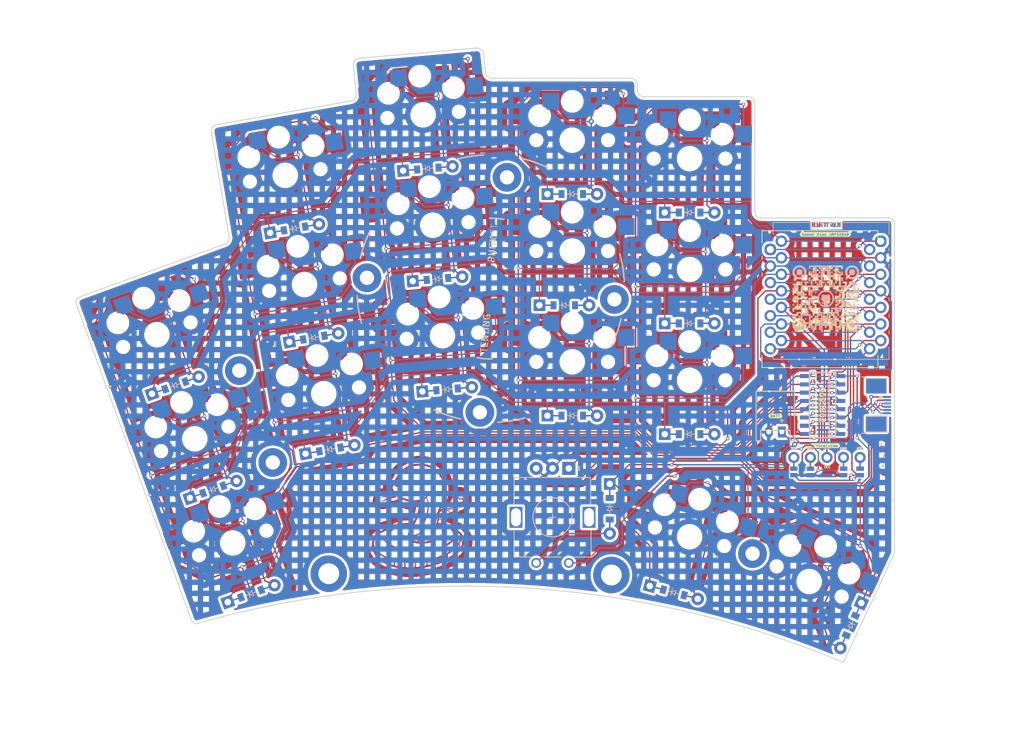
<source format=kicad_pcb>
(kicad_pcb (version 20221018) (generator pcbnew)
  (title_block (title "mars_test") (rev "v1.0.0") (company "Unknown"))
  (layers (0 "F.Cu" signal) (31 "B.Cu" signal) (34 "B.Paste" user) (35 "F.Paste" user) (36 "B.SilkS" user "B.Silkscreen") (37 "F.SilkS" user "F.Silkscreen") (38 "B.Mask" user) (39 "F.Mask" user) (44 "Edge.Cuts" user))
  (net 0 "")
  (net 1 "pinky_bottom")
  (net 2 "Q1")
  (net 3 "pinky_home")
  (net 4 "pinky_top")
  (net 5 "ring_bottom")
  (net 6 "ring_home")
  (net 7 "ring_top")
  (net 8 "middle_bottom")
  (net 9 "Q3")
  (net 10 "middle_home")
  (net 11 "middle_top")
  (net 12 "index_bottom")
  (net 13 "Q4")
  (net 14 "index_home")
  (net 15 "index_top")
  (net 16 "inner_bottom")
  (net 17 "Q5")
  (net 18 "inner_home")
  (net 19 "inner_top")
  (net 20 "inner_cluster")
  (net 21 "outer_cluster")
  (net 22 "P2")
  (net 23 "P1")
  (net 24 "P0")
  (net 25 "P3")
  (net 26 "VCC_5V")
  (net 27 "GND")
  (net 28 "VCC")
  (net 29 "P10")
  (net 30 "P9")
  (net 31 "P8")
  (net 32 "P7")
  (net 33 "P6")
  (net 34 "P5")
  (net 35 "P4")
  (net 36 "NFC1")
  (net 37 "NFC2")
  (net 38 "BAT")
  (net 39 "Q0")
  (net 40 "Q7S")
  (net 41 "Q7")
  (net 42 "Q6")
  (net 43 "Q2")
  (net 44 "SDA")
  (net 45 "SCL")
  (net 46 "GND_M")
  (net 47 "CS")
  (net 48 "ENC")
  (footprint "MountingHole_2.2mm_M2_Pad_Via" (layer "F.Cu") (at 201.581179 79.543761)
    (fp_text reference "_4" hide)
    (fp_text value "")
  )
  (footprint "GraphicsKicad:qr_code" (layer "F.Cu") (at 250.43 98.11)
    (fp_text reference "G***" hide)
    (fp_text value "LOGO" hide)
  )
  (footprint "PG1350" (layer "F.Cu") (at 147.870103 103.680528 20)
    (fp_text reference "S3" hide)
    (fp_text value "" hide)
  )
  (footprint "GraphicsKicad:snake_large" (layer "F.Cu") (at 187.962774 129.895248)
    (fp_text reference "G***" hide)
    (fp_text value "LOGO" hide)
  )
  (footprint "MountingHole:MountingHole_3.2mm_M3_DIN965_Pad" (layer "F.Cu") (at 174.232776 140.345245)
    (fp_text reference "REF**" hide)
    (fp_text value "MountingHole_3.2mm_M3_DIN965_Pad" hide)
  )
  (footprint "ComboDiode" (layer "F.Cu") (at 217.335255 130.3725 -90)
    (fp_text reference "D18" hide)
    (fp_text value "" hide)
  )
  (footprint "ComboDiode" (layer "F.Cu") (at 190.912836 95.130397 5)
    (fp_text reference "D8" hide)
    (fp_text value "" hide)
  )
  (footprint "kibuzzard-6618164F" (layer "F.Cu") (at 242.736228 116.154235)
    (fp_text reference "kibuzzard-6618164F" hide)
    (fp_text value "G***" hide)
  )
  (footprint "ComboDiode" (layer "F.Cu") (at 162.325588 143.396633 20)
    (fp_text reference "D1" hide)
    (fp_text value "" hide)
  )
  (footprint "kibuzzard-66181572" (layer "F.Cu") (at 250.642776 120.705245)
    (fp_text reference "kibuzzard-66181572" hide)
    (fp_text value "G***" hide)
  )
  (footprint "PG1350" (layer "F.Cu") (at 211.581175 73.843769)
    (fp_text reference "S12" hide)
    (fp_text value "" hide)
  )
  (footprint "XiaoBle" (layer "F.Cu") (at 249.581185 98.232098)
    (fp_text reference "U?" hide)
    (fp_text value "Seeed Xiao" hide)
  )
  (footprint "ComboDiode" (layer "F.Cu") (at 150.696899 111.447088 20)
    (fp_text reference "D3" hide)
    (fp_text value "" hide)
  )
  (footprint "ComboDiode" (layer "F.Cu") (at 254.321396 148.283611 -115)
    (fp_text reference "D17" hide)
    (fp_text value "" hide)
  )
  (footprint "PG1350" (layer "F.Cu") (at 229.581174 93.6771)
    (fp_text reference "S14" hide)
    (fp_text value "" hide)
  )
  (footprint "Tenting Puck" (layer "F.Cu") (at 199.07283 96.609834 -5)
    (fp_text reference "_1" hide)
    (fp_text value "Tenting Puck")
  )
  (footprint "ComboDiode" (layer "F.Cu") (at 229.581179 101.942099)
    (fp_text reference "D14" hide)
    (fp_text value "" hide)
  )
  (footprint "ComboDiode" (layer "F.Cu") (at 227.154372 143.222381 -15)
    (fp_text reference "D16" hide)
    (fp_text value "" hide)
  )
  (footprint "PG1350" (layer "F.Cu") (at 229.581178 76.677103)
    (fp_text reference "S15" hide)
    (fp_text value "" hide)
  )
  (footprint "PG1350" (layer "F.Cu") (at 173.461234 112.731979 10)
    (fp_text reference "S4" hide)
    (fp_text value "" hide)
  )
  (footprint "PG1350" (layer "F.Cu") (at 247.927758 141.540208 -25)
    (fp_text reference "S17" hide)
    (fp_text value "" hide)
  )
  (footprint "PG1350" (layer "F.Cu") (at 229.581176 110.677108)
    (fp_text reference "S13" hide)
    (fp_text value "" hide)
  )
  (footprint "ComboDiode" (layer "F.Cu") (at 192.394485 112.065708 5)
    (fp_text reference "D7" hide)
    (fp_text value "" hide)
  )
  (footprint "MountingHole:MountingHole_3.2mm_M3_DIN965_Pad" (layer "F.Cu") (at 217.592778 140.545246)
    (fp_text reference "REF**" hide)
    (fp_text value "MountingHole_3.2mm_M3_DIN965_Pad" hide)
  )
  (footprint "ComboDiode" (layer "F.Cu") (at 189.431191 78.195087 5)
    (fp_text reference "D9" hide)
    (fp_text value "" hide)
  )
  (footprint "PG1350" (layer "F.Cu") (at 229.581182 134.677101 -15)
    (fp_text reference "S16" hide)
    (fp_text value "" hide)
  )
  (footprint "ComboDiode" (layer "F.Cu") (at 210.366225 99.164232)
    (fp_text reference "D11" hide)
    (fp_text value "" hide)
  )
  (footprint "ComboDiode" (layer "F.Cu") (at 229.581173 118.942101)
    (fp_text reference "D13" hide)
    (fp_text value "" hide)
  )
  (footprint "rotary_encoder" (layer "F.Cu") (at 208.516225 131.809229 -90)
    (fp_text reference "ROT1" hide)
    (fp_text value "")
  )
  (footprint "ComboDiode" (layer "F.Cu") (at 211.581178 116.108771)
    (fp_text reference "D10" hide)
    (fp_text value "" hide)
  )
  (footprint "kibuzzard-66181547" (layer "F.Cu") (at 250.402779 88.295246)
    (fp_text reference "kibuzzard-66181547" hide)
    (fp_text value "G***" hide)
  )
  (footprint "JST_XH_S2B-XH-K_02x2.54mm_Angled" (layer "F.Cu") (at 242.736228 118.60423 180)
    (fp_text reference "JST1" hide)
    (fp_text value "" hide)
  )
  (footprint "PG1350" (layer "F.Cu") (at 153.684449 119.655299 20)
    (fp_text reference "S2" hide)
    (fp_text value "" hide)
  )
  (footprint "ComboDiode" (layer "F.Cu") (at 211.581175 82.108769)
    (fp_text reference "D12" hide)
    (fp_text value "" hide)
  )
  (footprint "ComboDiode" (layer "F.Cu") (at 156.511243 127.421853 20)
    (fp_text reference "D2" hide)
    (fp_text value "" hide)
  )
  (footprint "MountingHole_2.2mm_M2_Pad_Via" (layer "F.Cu") (at 165.646523 123.282794 20)
    (fp_text reference "_3" hide)
    (fp_text value "")
  )
  (footprint "TE_0-1734839-6_1x06-1MP_P0.5mm_Horizontal" (layer "F.Cu") (at 258.581178 114.477103 -90)
    (fp_text reference "" hide)
    (fp_text value "" hide)
  )
  (footprint "lib:niceview_headers" (layer "F.Cu") (at 250.656224 122.510481 90)
    (fp_text reference "Nice!View1" hide)
    (fp_text value "" hide)
  )
  (footprint "MountingHole_2.2mm_M2_Pad_Via" (layer "F.Cu") (at 239.240438 137.265291 -15)
    (fp_text reference "_5" hide)
    (fp_text value "")
  )
  (footprint "PG1350" (layer "F.Cu") (at 211.581173 107.843769)
    (fp_text reference "S10" hide)
    (fp_text value "" hide)
  )
  (footprint "SOIC16" (layer "F.Cu") (at 249.981182 114.4771)
    (fp_text reference "74HC595")
    (fp_text value "VAL**" hide)
  )
  (footprint "XiaoBle" (layer "F.Cu") (at 251.281176 96.962101)
    (fp_text reference "U?" hide)
    (fp_text value "Seeed Xiao" hide)
  )
  (footprint "PG1350" (layer "F.Cu") (at 167.557196 79.248515 10)
    (fp_text reference "S6" hide)
    (fp_text value "" hide)
  )
  (footprint "ComboDiode" (layer "F.Cu") (at 168.992402 87.387951 10)
    (fp_text reference "D6" hide)
    (fp_text value "" hide)
  )
  (footprint "ComboDiode" (layer "F.Cu") (at 171.944421 104.129684 10)
    (fp_text reference "D5" hide)
    (fp_text value "" hide)
  )
  (footprint "PG1350" (layer "F.Cu") (at 159.498787 135.630076 20)
    (fp_text reference "S1" hide)
    (fp_text value "" hide)
  )
  (footprint "ComboDiode" (layer "F.Cu") (at 229.581178 84.942095)
    (fp_text reference "D15" hide)
    (fp_text value "" hide)
  )
  (footprint "ComboDiode" (layer "F.Cu") (at 174.4244 121.276341 10)
    (fp_text reference "D4" hide)
    (fp_text value "" hide)
  )
  (footprint "GraphicsKicad:signature" (layer "F.Cu") (at 259.512778 122.315247 90)
    (fp_text reference "G***" hide)
    (fp_text value "LOGO" hide)
  )
  (footprint "PG1350" (layer "F.Cu") (at 170.509222 95.990245 10)
    (fp_text reference "S5" hide)
    (fp_text value "" hide)
  )
  (footprint "MountingHole_2.2mm_M2_Pad_Via" (layer "F.Cu") (at 160.516223 109.187403 20)
    (fp_text reference "_2" hide)
    (fp_text value "")
  )
  (footprint "PG1350" (layer "F.Cu") (at 190.192494 86.896848 5)
    (fp_text reference "S8" hide)
    (fp_text value "" hide)
  )
  (footprint "GraphicsKicad:snake_large" (layer "F.Cu") (at 187.962774 129.895248)
    (fp_text reference "G***" hide)
    (fp_text value "LOGO" hide)
  )
  (footprint "TE_0-1734839-6_1x06-1MP_P0.5mm_Horizontal" (layer "F.Cu") (at 258.581178 114.477103 -90)
    (fp_text reference "" hide)
    (fp_text value "" hide)
  )
  (footprint "PG1350" (layer "F.Cu") (at 188.710853 69.961539 5)
    (fp_text reference "S9" hide)
    (fp_text value "" hide)
  )
  (footprint "PG1350" (layer "F.Cu") (at 211.581179 90.84377)
    (fp_text reference "S11" hide)
    (fp_text value "" hide)
  )
  (footprint "PG1350" (layer "F.Cu") (at 191.674143 103.83216 5)
    (fp_text reference "S7" hide)
    (fp_text value "" hide)
  )
  (footprint "GraphicsKicad:signature" (layer "F.Cu") (at 259.512778 122.315247 90)
    (fp_text reference "G***" hide)
    (fp_text value "LOGO" hide)
  )
  (footprint "SOIC16" (layer "B.Cu") (at 249.981182 114.4771)
    (fp_text reference "74HC595")
    (fp_text value "VAL**" hide)
  )
  (footprint "GraphicsKicad:qr_code" (layer "B.Cu") (at 250.532114 98.11 180)
    (fp_text reference "G***" hide)
    (fp_text value "LOGO" hide)
  )
  (gr_arc (start 220.581175 64.343769) (mid 221.288275 64.636662) (end 221.581176 65.343768) (stroke (width 0.15)) (layer "Edge.Cuts"))
  (gr_arc (start 196.874134 59.711055) (mid 197.594079 59.932937) (end 197.954885 60.594283) (stroke (width 0.15)) (layer "Edge.Cuts"))
  (gr_arc (start 240.573404 85.774988) (mid 239.872734 85.485265) (end 239.582117 84.784999) (stroke (width 0.15)) (layer "Edge.Cuts"))
  (gr_line (start 220.581175 64.343769) (end 199.273926 64.343764) (stroke (width 0.15)) (layer "Edge.Cuts"))
  (gr_arc (start 158.952584 88.664364) (mid 158.831169 89.334557) (end 158.30872 89.771498) (stroke (width 0.15)) (layer "Edge.Cuts"))
  (gr_line (start 178.015092 62.371287) (end 178.426785 66.751919) (stroke (width 0.15)) (layer "Edge.Cuts"))
  (gr_arc (start 178.015094 62.371284) (mid 178.24261 61.637426) (end 178.92355 61.281533) (stroke (width 0.15)) (layer "Edge.Cuts"))
  (gr_arc (start 153.932361 148.012154) (mid 204.049525 142.516471) (end 253.156623 153.936876) (stroke (width 0.15)) (layer "Edge.Cuts"))
  (gr_arc (start 260.087103 85.75822) (mid 260.732774 86.015245) (end 260.996877 86.658057) (stroke (width 0.15)) (layer "Edge.Cuts"))
  (gr_line (start 156.225847 72.609015) (end 158.952584 88.664364) (stroke (width 0.15)) (layer "Edge.Cuts"))
  (gr_arc (start 261.005703 136.93477) (mid 260.981995 137.151208) (end 260.912013 137.357389) (stroke (width 0.15)) (layer "Edge.Cuts"))
  (gr_arc (start 153.932364 148.012154) (mid 153.439617 147.799799) (end 153.127565 147.363321) (stroke (width 0.15)) (layer "Edge.Cuts"))
  (gr_line (start 240.573404 85.774988) (end 260.087103 85.75822) (stroke (width 0.15)) (layer "Edge.Cuts"))
  (gr_arc (start 238.581186 67.177099) (mid 239.288303 67.469992) (end 239.581178 68.177098) (stroke (width 0.15)) (layer "Edge.Cuts"))
  (gr_line (start 198.280329 63.456734) (end 197.954885 60.594283) (stroke (width 0.15)) (layer "Edge.Cuts"))
  (gr_arc (start 222.581174 67.177102) (mid 221.874048 66.884213) (end 221.581176 66.177104) (stroke (width 0.15)) (layer "Edge.Cuts"))
  (gr_arc (start 156.225846 72.609018) (mid 156.394371 71.865392) (end 157.038081 71.456766) (stroke (width 0.15)) (layer "Edge.Cuts"))
  (gr_line (start 196.874134 59.711055) (end 178.92355 61.281533) (stroke (width 0.15)) (layer "Edge.Cuts"))
  (gr_line (start 261.005703 136.93477) (end 261.005704 87.324286) (stroke (width 0.15)) (layer "Edge.Cuts"))
  (gr_arc (start 135.566012 99.113337) (mid 135.599412 98.34872) (end 136.163682 97.831628) (stroke (width 0.15)) (layer "Edge.Cuts"))
  (gr_line (start 135.566012 99.113337) (end 153.127565 147.363321) (stroke (width 0.15)) (layer "Edge.Cuts"))
  (gr_line (start 261.002801 86.982352) (end 260.996877 86.658057) (stroke (width 0.15)) (layer "Edge.Cuts"))
  (gr_line (start 158.30872 89.771498) (end 136.163682 97.831628) (stroke (width 0.15)) (layer "Edge.Cuts"))
  (gr_line (start 238.581186 67.177099) (end 222.581174 67.177102) (stroke (width 0.15)) (layer "Edge.Cuts"))
  (gr_line (start 253.264658 153.757207) (end 260.912013 137.357389) (stroke (width 0.15)) (layer "Edge.Cuts"))
  (gr_line (start 239.581178 68.177098) (end 239.582117 84.784999) (stroke (width 0.15)) (layer "Edge.Cuts"))
  (gr_arc (start 199.273926 64.343764) (mid 198.60798 64.089727) (end 198.280329 63.456734) (stroke (width 0.15)) (layer "Edge.Cuts"))
  (gr_arc (start 178.426785 66.751919) (mid 178.226465 67.451667) (end 177.604823 67.830298) (stroke (width 0.15)) (layer "Edge.Cuts"))
  (gr_arc (start 253.264658 153.757207) (mid 253.215367 153.849884) (end 253.156623 153.936876) (stroke (width 0.15)) (layer "Edge.Cuts"))
  (gr_line (start 221.581176 66.177104) (end 221.581176 65.343768) (stroke (width 0.15)) (layer "Edge.Cuts"))
  (gr_line (start 261.005704 87.324286) (end 261.002801 86.982352) (stroke (width 0.15)) (layer "Edge.Cuts"))
  (gr_line (start 177.604823 67.830298) (end 157.038081 71.456766) (stroke (width 0.15)) (layer "Edge.Cuts"))
  (gr_text "v1.0" (at 251.07 87.23) (layer "F.Cu") (effects (font (size 0.5 0.5) (thickness 0.125) bold) (justify left bottom)))
  (gr_text "RIFT" (at 248.24 87.3) (layer "F.Cu") (effects (font (size 0.7 0.7) (thickness 0.175) bold) (justify left bottom)))
  (gr_text "v1.0" (at 250.1 87.28) (layer "B.Cu") (effects (font (size 0.5 0.5) (thickness 0.125) bold) (justify left bottom mirror)))
  (gr_text "RIFT" (at 252.84 87.31) (layer "B.Cu") (effects (font (size 0.7 0.7) (thickness 0.175) bold) (justify left bottom mirror)))
  (gr_text "CS" (at 246 121.37) (layer "B.SilkS") (effects (font (size 0.35 0.35) (thickness 0.0875)) (justify left bottom mirror)))
  (gr_text "VCC" (at 251.12 121.34) (layer "B.SilkS") (effects (font (size 0.35 0.35) (thickness 0.0875)) (justify left bottom mirror)))
  (gr_text "SDA" (at 256.22 121.33) (layer "B.SilkS") (effects (font (size 0.35 0.35) (thickness 0.0875)) (justify left bottom mirror)))
  (gr_text "SCL" (at 253.67 121.35) (layer "B.SilkS") (effects (font (size 0.35 0.35) (thickness 0.0875)) (justify left bottom mirror)))
  (gr_text "GND" (at 248.68 121.35) (layer "B.SilkS") (effects (font (size 0.35 0.35) (thickness 0.0875)) (justify left bottom mirror)))
  (gr_text "CS" (at 255.32 121.33) (layer "F.SilkS") (effects (font (size 0.35 0.35) (thickness 0.0875)) (justify left bottom)))
  (gr_text "GND" (at 252.59 121.35) (layer "F.SilkS") (effects (font (size 0.35 0.35) (thickness 0.0875)) (justify left bottom)))
  (gr_text "SDA" (at 245.07 121.36) (layer "F.SilkS") (effects (font (size 0.35 0.35) (thickness 0.0875)) (justify left bottom)))
  (gr_text "SCL" (at 247.59 121.36) (layer "F.SilkS") (effects (font (size 0.35 0.35) (thickness 0.0875)) (justify left bottom)))
  (gr_text "VCC" (at 250.15 124.21) (layer "F.SilkS") (effects (font (size 0.35 0.35) (thickness 0.0875)) (justify left bottom)))
  (segment (start 161.084789 132.228292) (end 164.423942 141.402531) (width 0.2) (layer "F.Cu") (net 1))
  (segment (start 164.423942 141.402531) (end 165.905817 142.093536) (width 0.2) (layer "F.Cu") (net 1))
  (segment (start 160.170002 129.714942) (end 161.084789 132.228292) (width 0.2) (layer "F.Cu") (net 1))
  (segment (start 160.541266 128.918787) (end 160.170002 129.714942) (width 0.2) (layer "F.Cu") (net 1))
  (segment (start 165.905817 142.093536) (end 163.876079 142.832304) (width 0.2) (layer "F.Cu") (net 1))
  (via (at 161.084789 132.228292) (size 0.5) (drill 0.3) (layers "F.Cu" "B.Cu") (net 1))
  (segment (start 161.071976 132.222313) (end 161.084789 132.228292) (width 0.2) (layer "B.Cu") (net 1))
  (segment (start 154.583617 131.701209) (end 158.055562 133.320199) (width 0.2) (layer "B.Cu") (net 1))
  (segment (start 165.905817 142.093536) (end 163.876079 142.832304) (width 0.2) (layer "B.Cu") (net 1))
  (segment (start 158.055562 133.320199) (end 161.071976 132.222313) (width 0.2) (layer "B.Cu") (net 1))
  (segment (start 154.386273 131.159019) (end 154.583617 131.701209) (width 0.2) (layer "B.Cu") (net 1))
  (segment (start 221.306182 106.927102) (end 221.306177 113.414232) (width 0.2) (layer "F.Cu") (net 2))
  (segment (start 221.306181 117.154182) (end 224.737753 120.585756) (width 0.2) (layer "F.Cu") (net 2))
  (segment (start 255.749889 136.061854) (end 255.757415 136.069377) (width 0.2) (layer "F.Cu") (net 2))
  (segment (start 247.281179 110.032097) (end 247.978355 110.032101) (width 0.2) (layer "F.Cu") (net 2))
  (segment (start 224.737753 120.585756) (end 236.958116 120.585756) (width 0.2) (layer "F.Cu") (net 2))
  (segment (start 241.108114 114.80576) (end 241.122263 114.805756) (width 0.2) (layer "F.Cu") (net 2))
  (segment (start 221.306181 71.654277) (end 224.326222 68.63423) (width 0.2) (layer "F.Cu") (net 2))
  (segment (start 255.29024 119.494232) (end 255.290234 110.024234) (width 0.2) (layer "F.Cu") (net 2))
  (segment (start 241.122263 114.805756) (end 245.895923 110.032104) (width 0.2) (layer "F.Cu") (net 2))
  (segment (start 255.735409 136.061851) (end 255.749889 136.061854) (width 0.2) (layer "F.Cu") (net 2))
  (segment (start 245.895923 110.032104) (end 247.28118 110.032101) (width 0.2) (layer "F.Cu") (net 2))
  (segment (start 224.646224 68.314232) (end 237.846225 68.314232) (width 0.2) (layer "F.Cu") (net 2))
  (segment (start 242.451915 133.702873) (end 247.071105 132.021624) (width 0.2) (layer "F.Cu") (net 2))
  (segment (start 224.326222 68.63423) (end 224.646224 68.314232) (width 0.2) (layer "F.Cu") (net 2))
  (segment (start 221.306182 72.927103) (end 221.306181 71.654277) (width 0.2) (layer "F.Cu") (net 2))
  (segment (start 221.306176 96.304236) (end 221.306182 106.927102) (width 0.2) (layer "F.Cu") (net 2))
  (segment (start 221.306174 89.927105) (end 221.306176 96.304236) (width 0.2) (layer "F.Cu") (net 2))
  (segment (start 221.306177 113.414232) (end 221.306181 117.154182) (width 0.2) (layer "F.Cu") (net 2))
  (segment (start 242.012879 134.64439) (end 242.451915 133.702873) (width 0.2) (layer "F.Cu") (net 2))
  (segment (start 247.978355 110.032101) (end 248.466223 109.54423) (width 0.2) (layer "F.Cu") (net 2))
  (segment (start 247.071105 132.021624) (end 255.735409 136.061851) (width 0.2) (layer "F.Cu") (net 2))
  (segment (start 221.306182 72.927103) (end 221.306174 89.927105) (width 0.2) (layer "F.Cu") (net 2))
  (segment (start 238.418117 119.125758) (end 238.418111 117.495756) (width 0.2) (layer "F.Cu") (net 2))
  (segment (start 238.418111 117.495756) (end 241.108114 114.80576) (width 0.2) (layer "F.Cu") (net 2))
  (segment (start 236.958116 120.585756) (end 238.418117 119.125758) (width 0.2) (layer "F.Cu") (net 2))
  (via (at 248.466223 109.54423) (size 0.5) (drill 0.3) (layers "F.Cu" "B.Cu") (net 2))
  (via (at 255.29024 119.494232) (size 0.5) (drill 0.3) (layers "F.Cu" "B.Cu") (net 2))
  (via (at 221.306176 96.304236) (size 0.5) (drill 0.3) (layers "F.Cu" "B.Cu") (net 2))
  (via (at 255.290234 110.024234) (size 0.5) (drill 0.3) (layers "F.Cu" "B.Cu") (net 2))
  (via (at 237.846225 68.314232) (size 0.5) (drill 0.3) (layers "F.Cu" "B.Cu") (net 2))
  (via (at 221.306177 113.414232) (size 0.5) (drill 0.3) (layers "F.Cu" "B.Cu") (net 2))
  (via (at 255.757415 136.069377) (size 0.6) (drill 0.3) (layers "F.Cu" "B.Cu") (net 2))
  (segment (start 257.162778 121.366772) (end 255.29024 119.494232) (width 0.2) (layer "B.Cu") (net 2))
  (segment (start 237.856176 94.294281) (end 235.846229 96.304234) (width 0.2) (layer "B.Cu") (net 2))
  (segment (start 257.012271 137.324235) (end 257.012273 141.638719) (width 0.2) (layer "B.Cu") (net 2))
  (segment (start 252.193308 109.544237) (end 252.681177 110.032101) (width 0.2) (layer "B.Cu") (net 2))
  (segment (start 237.846224 72.917146) (end 237.856184 72.927096) (width 0.2) (layer "B.Cu") (net 2))
  (segment (start 237.856181 89.927106) (end 237.856176 94.294281) (width 0.2) (layer "B.Cu") (net 2))
  (segment (start 255.290234 110.024234) (end 252.689048 110.024233) (width 0.2) (layer "B.Cu") (net 2))
  (segment (start 255.757415 136.069377) (end 255.757415 126.820607) (width 0.2) (layer "B.Cu") (net 2))
  (segment (start 248.466223 109.54423) (end 252.193308 109.544237) (width 0.2) (layer "B.Cu") (net 2))
  (segment (start 255.757415 136.069377) (end 257.012271 137.324235) (width 0.2) (layer "B.Cu") (net 2))
  (segment (start 237.856177 110.804276) (end 235.246225 113.414232) (width 0.2) (layer "B.Cu") (net 2))
  (segment (start 237.856178 106.927103) (end 237.856177 110.804276) (width 0.2) (layer "B.Cu") (net 2))
  (segment (start 255.757415 126.820607) (end 257.162777 125.415247) (width 0.2) (layer "B.Cu") (net 2))
  (segment (start 252.689048 110.024233) (end 252.681178 110.032099) (width 0.2) (layer "B.Cu") (net 2))
  (segment (start 237.846225 68.314232) (end 237.846224 72.917146) (width 0.2) (layer "B.Cu") (net 2))
  (segment (start 235.846229 96.304234) (end 221.306176 96.304236) (width 0.2) (layer "B.Cu") (net 2))
  (segment (start 257.162777 125.415247) (end 257.162778 121.366772) (width 0.2) (layer "B.Cu") (net 2))
  (segment (start 235.246225 113.414232) (end 221.306177 113.414232) (width 0.2) (layer "B.Cu") (net 2))
  (segment (start 154.72692 112.944009) (end 154.325781 113.804256) (width 0.2) (layer "F.Cu") (net 3))
  (segment (start 155.192681 116.186048) (end 158.545509 125.397867) (width 0.2) (layer "F.Cu") (net 3))
  (segment (start 154.325781 113.804256) (end 155.192681 116.186048) (width 0.2) (layer "F.Cu") (net 3))
  (segment (start 160.091471 126.118759) (end 158.061736 126.857524) (width 0.2) (layer "F.Cu") (net 3))
  (segment (start 158.545509 125.397867) (end 160.091471 126.118759) (width 0.2) (layer "F.Cu") (net 3))
  (via (at 155.192681 116.186048) (size 0.5) (drill 0.3) (layers "F.Cu" "B.Cu") (net 3))
  (segment (start 151.828581 117.410482) (end 155.192681 116.186048) (width 0.2) (layer "B.Cu") (net 3))
  (segment (start 148.882136 116.036532) (end 151.828581 117.410482) (width 0.2) (layer "B.Cu") (net 3))
  (segment (start 148.571929 115.184249) (end 148.882136 116.036532) (width 0.2) (layer "B.Cu") (net 3))
  (segment (start 160.091471 126.118759) (end 158.061736 126.857524) (width 0.2) (layer "B.Cu") (net 3))
  (segment (start 149.705638 100.496531) (end 153.000332 109.548606) (width 0.2) (layer "F.Cu") (net 4))
  (segment (start 154.277132 110.143988) (end 152.247394 110.882752) (width 0.2) (layer "F.Cu") (net 4))
  (segment (start 148.636949 97.560323) (end 149.705638 100.496531) (width 0.2) (layer "F.Cu") (net 4))
  (segment (start 148.912583 96.969236) (end 148.636949 97.560323) (width 0.2) (layer "F.Cu") (net 4))
  (segment (start 153.000332 109.548606) (end 154.277132 110.143988) (width 0.2) (layer "F.Cu") (net 4))
  (via (at 149.705638 100.496531) (size 0.5) (drill 0.3) (layers "F.Cu" "B.Cu") (net 4))
  (segment (start 142.999397 99.873819) (end 146.689229 101.594415) (width 0.2) (layer "B.Cu") (net 4))
  (segment (start 154.277132 110.143988) (end 152.247394 110.882752) (width 0.2) (layer "B.Cu") (net 4))
  (segment (start 146.689229 101.594415) (end 149.705638 100.496531) (width 0.2) (layer "B.Cu") (net 4))
  (segment (start 142.757593 99.209471) (end 142.999397 99.873819) (width 0.2) (layer "B.Cu") (net 4))
  (segment (start 175.313467 109.665563) (end 177.112769 119.869892) (width 0.2) (layer "F.Cu") (net 5))
  (segment (start 174.908283 107.367642) (end 175.313467 109.665563) (width 0.2) (layer "F.Cu") (net 5))
  (segment (start 177.112769 119.869892) (end 178.176517 120.614737) (width 0.2) (layer "F.Cu") (net 5))
  (segment (start 178.176517 120.614737) (end 176.049337 120.989822) (width 0.2) (layer "F.Cu") (net 5))
  (segment (start 175.653278 106.303674) (end 174.908283 107.367642) (width 0.2) (layer "F.Cu") (net 5))
  (via (at 175.313467 109.665563) (size 0.5) (drill 0.3) (layers "F.Cu" "B.Cu") (net 5))
  (segment (start 169.202788 107.441069) (end 169.360844 108.33748) (width 0.2) (layer "B.Cu") (net 5))
  (segment (start 172.073453 110.236858) (end 175.313467 109.665563) (width 0.2) (layer "B.Cu") (net 5))
  (segment (start 169.360844 108.33748) (end 172.073453 110.236858) (width 0.2) (layer "B.Cu") (net 5))
  (segment (start 178.176517 120.614737) (end 176.049337 120.989822) (width 0.2) (layer "B.Cu") (net 5))
  (segment (start 172.701255 89.561943) (end 172.077936 90.452137) (width 0.2) (layer "F.Cu") (net 6))
  (segment (start 172.077936 90.452137) (end 172.559529 93.183377) (width 0.2) (layer "F.Cu") (net 6))
  (segment (start 175.696537 103.468083) (end 173.569354 103.843161) (width 0.2) (layer "F.Cu") (net 6))
  (segment (start 174.18657 102.410797) (end 175.696537 103.468083) (width 0.2) (layer "F.Cu") (net 6))
  (segment (start 172.559529 93.183377) (end 174.18657 102.410797) (width 0.2) (layer "F.Cu") (net 6))
  (via (at 172.559529 93.183377) (size 0.5) (drill 0.3) (layers "F.Cu" "B.Cu") (net 6))
  (segment (start 166.250768 90.699341) (end 166.438346 91.763162) (width 0.2) (layer "B.Cu") (net 6))
  (segment (start 175.696537 103.468083) (end 173.569354 103.843161) (width 0.2) (layer "B.Cu") (net 6))
  (segment (start 166.438346 91.763162) (end 169.289964 93.759885) (width 0.2) (layer "B.Cu") (net 6))
  (segment (start 169.289964 93.759885) (end 172.559529 93.183377) (width 0.2) (layer "B.Cu") (net 6))
  (segment (start 169.749238 72.820217) (end 169.134025 73.698818) (width 0.2) (layer "F.Cu") (net 7))
  (segment (start 171.246131 85.677173) (end 172.744521 86.726354) (width 0.2) (layer "F.Cu") (net 7))
  (segment (start 169.558316 76.105074) (end 171.246131 85.677173) (width 0.2) (layer "F.Cu") (net 7))
  (segment (start 172.744521 86.726354) (end 170.617334 87.101434) (width 0.2) (layer "F.Cu") (net 7))
  (segment (start 169.134025 73.698818) (end 169.558316 76.105074) (width 0.2) (layer "F.Cu") (net 7))
  (via (at 169.558316 76.105074) (size 0.5) (drill 0.3) (layers "F.Cu" "B.Cu") (net 7))
  (segment (start 163.40471 74.558571) (end 166.418516 76.668858) (width 0.2) (layer "B.Cu") (net 7))
  (segment (start 169.550207 76.116654) (end 169.558316 76.105074) (width 0.2) (layer "B.Cu") (net 7))
  (segment (start 163.298745 73.957607) (end 163.40471 74.558571) (width 0.2) (layer "B.Cu") (net 7))
  (segment (start 166.418516 76.668858) (end 169.550207 76.116654) (width 0.2) (layer "B.Cu") (net 7))
  (segment (start 172.744521 86.726354) (end 170.617334 87.101434) (width 0.2) (layer "B.Cu") (net 7))
  (segment (start 194.10969 101.029263) (end 194.955583 110.697854) (width 0.2) (layer "F.Cu") (net 8))
  (segment (start 196.189988 111.73364) (end 194.038204 111.921898) (width 0.2) (layer "F.Cu") (net 8))
  (segment (start 194.418103 97.619362) (end 193.868649 98.274174) (width 0.2) (layer "F.Cu") (net 8))
  (segment (start 193.868649 98.274174) (end 194.10969 101.029263) (width 0.2) (layer "F.Cu") (net 8))
  (segment (start 194.955583 110.697854) (end 196.189988 111.73364) (width 0.2) (layer "F.Cu") (net 8))
  (via (at 194.10969 101.029263) (size 0.5) (drill 0.3) (layers "F.Cu" "B.Cu") (net 8))
  (segment (start 187.893026 98.190236) (end 187.969245 99.061383) (width 0.2) (layer "B.Cu") (net 8))
  (segment (start 187.969245 99.061383) (end 190.661984 101.320856) (width 0.2) (layer "B.Cu") (net 8))
  (segment (start 196.189988 111.73364) (end 194.038204 111.921898) (width 0.2) (layer "B.Cu") (net 8))
  (segment (start 190.661984 101.320856) (end 194.098858 101.020172) (width 0.2) (layer "B.Cu") (net 8))
  (segment (start 194.098858 101.020172) (end 194.10969 101.029263) (width 0.2) (layer "B.Cu") (net 8))
  (segment (start 183.871843 62.359921) (end 195.549527 61.33826) (width 0.2) (layer "F.Cu") (net 9))
  (segment (start 247.28118 112.572102) (end 247.274832 112.565755) (width 0.2) (layer "F.Cu") (net 9))
  (segment (start 180.140504 66.947026) (end 180.03205 65.707364) (width 0.2) (layer "F.Cu") (net 9))
  (segment (start 247.838354 112.5721) (end 248.496225 111.914235) (width 0.2) (layer "F.Cu") (net 9))
  (segment (start 246.891768 112.572105) (end 247.28118 112.572102) (width 0.2) (layer "F.Cu") (net 9))
  (segment (start 247.281174 112.572097) (end 247.838354 112.5721) (width 0.2) (layer "F.Cu") (net 9))
  (segment (start 183.682774 62.585247) (end 183.871843 62.359921) (width 0.2) (layer "F.Cu") (net 9))
  (segment (start 245.983789 120.234234) (end 249.13622 120.234234) (width 0.2) (layer "F.Cu") (net 9))
  (segment (start 249.446222 119.924233) (end 249.446218 112.864228) (width 0.2) (layer "F.Cu") (net 9))
  (segment (start 239.238113 119.437132) (end 239.238112 117.835754) (width 0.2) (layer "F.Cu") (net 9))
  (segment (start 182.999513 90.497502) (end 183.826998 99.955759) (width 0.2) (layer "F.Cu") (net 9))
  (segment (start 180.140506 66.127519) (end 183.682774 62.585247) (width 0.2) (layer "F.Cu") (net 9))
  (segment (start 180.140504 66.947026) (end 180.140506 66.127519) (width 0.2) (layer "F.Cu") (net 9))
  (segment (start 249.446218 112.864228) (end 248.496225 111.914235) (width 0.2) (layer "F.Cu") (net 9))
  (segment (start 183.826998 99.955759) (end 183.099769 100.822446) (width 0.2) (layer "F.Cu") (net 9))
  (segment (start 188.667743 118.185756) (end 221.206377 118.185757) (width 0.2) (layer "F.Cu") (net 9))
  (segment (start 181.62215 83.882336) (end 182.484029 84.605537) (width 0.2) (layer "F.Cu") (net 9))
  (segment (start 249.13622 120.234234) (end 249.446222 119.924233) (width 0.2) (layer "F.Cu") (net 9))
  (segment (start 183.099769 100.822446) (end 184.23067 113.748674) (width 0.2) (layer "F.Cu") (net 9))
  (segment (start 181.622154 83.882331) (end 181.62215 83.882336) (width 0.2) (layer "F.Cu") (net 9))
  (segment (start 182.484029 84.605537) (end 182.999513 90.497502) (width 0.2) (layer "F.Cu") (net 9))
  (segment (start 239.238112 117.835754) (end 244.501767 112.572105) (width 0.2) (layer "F.Cu") (net 9))
  (segment (start 245.712778 120.505246) (end 245.983789 120.234234) (width 0.2) (layer "F.Cu") (net 9))
  (segment (start 180.140504 66.947026) (end 181.622154 83.882331) (width 0.2) (layer "F.Cu") (net 9))
  (segment (start 184.23067 113.748674) (end 188.667743 118.185756) (width 0.2) (layer "F.Cu") (net 9))
  (segment (start 244.501767 112.572105) (end 247.281176 112.572102) (width 0.2) (layer "F.Cu") (net 9))
  (segment (start 237.269484 121.405758) (end 239.238113 119.437132) (width 0.2) (layer "F.Cu") (net 9))
  (segment (start 224.426381 121.405759) (end 237.269484 121.405758) (width 0.2) (layer "F.Cu") (net 9))
  (segment (start 221.206377 118.185757) (end 224.426381 121.405759) (width 0.2) (layer "F.Cu") (net 9))
  (via (at 182.999513 90.497502) (size 0.5) (drill 0.3) (layers "F.Cu" "B.Cu") (net 9))
  (via (at 183.697272 107.651965) (size 0.5) (drill 0.3) (layers "F.Cu" "B.Cu") (net 9))
  (via (at 195.549527 61.33826) (size 0.6) (drill 0.3) (layers "F.Cu" "B.Cu") (net 9))
  (via (at 248.496225 111.914235) (size 0.5) (drill 0.3) (layers "F.Cu" "B.Cu") (net 9))
  (via (at 245.712778 120.505246) (size 0.8) (drill 0.4) (layers "F.Cu" "B.Cu") (net 9))
  (segment (start 213.508796 138.689227) (end 215.792774 136.405249) (width 0.2) (layer "B.Cu") (net 9))
  (segment (start 248.496225 111.914235) (end 252.023313 111.91423) (width 0.2) (layer "B.Cu") (net 9))
  (segment (start 243.899224 123.624231) (end 243.91024 123.635247) (width 0.2) (layer "B.Cu") (net 9))
  (segment (start 218.392774 136.40525) (end 219.252776 135.545244) (width 0.2) (layer "B.Cu") (net 9))
  (segment (start 196.418249 89.323512) (end 182.999513 90.497502) (width 0.2) (layer "B.Cu") (net 9))
  (segment (start 215.792774 136.405249) (end 218.392774 136.40525) (width 0.2) (layer "B.Cu") (net 9))
  (segment (start 219.252776 135.545244) (end 219.252775 132.314228) (width 0.2) (layer "B.Cu") (net 9))
  (segment (start 229.122777 123.62423) (end 243.899224 123.624231) (width 0.2) (layer "B.Cu") (net 9))
  (segment (start 199.943418 103.405432) (end 197.384991 106.454445) (width 0.2) (layer "B.Cu") (net 9))
  (segment (start 244.703536 120.805246) (end 245.162778 120.805244) (width 0.2) (layer "B.Cu") (net 9))
  (segment (start 199.590817 99.375216) (end 199.943418 103.405432) (width 0.2) (layer "B.Cu") (net 9))
  (segment (start 195.549527 61.33826) (end 195.857506 64.858468) (width 0.2) (layer "B.Cu") (net 9))
  (segment (start 245.162778 120.805244) (end 245.412778 120.805249) (width 0.2) (layer "B.Cu") (net 9))
  (segment (start 227.942777 123.624234) (end 229.122777 123.62423) (width 0.2) (layer "B.Cu") (net 9))
  (segment (start 252.023313 111.91423) (end 252.681183 112.5721) (width 0.2) (layer "B.Cu") (net 9))
  (segment (start 211.056226 138.689229) (end 213.508796 138.689227) (width 0.2) (layer "B.Cu") (net 9))
  (segment (start 245.412778 120.805249) (end 245.712778 120.505246) (width 0.2) (layer "B.Cu") (net 9))
  (segment (start 243.910238 121.598542) (end 244.703536 120.805246) (width 0.2) (layer "B.Cu") (net 9))
  (segment (start 195.857506 64.858468) (end 196.627529 65.504597) (width 0.2) (layer "B.Cu") (net 9))
  (segment (start 197.384991 106.454445) (end 183.697272 107.651965) (width 0.2) (layer "B.Cu") (net 9))
  (segment (start 219.252775 132.314228) (end 227.942777 123.624234) (width 0.2) (layer "B.Cu") (net 9))
  (segment (start 229.122777 123.62423) (end 228.363794 123.624233) (width 0.2) (layer "B.Cu") (net 9))
  (segment (start 198.109168 82.439903) (end 198.49489 86.848677) (width 0.2) (layer "B.Cu") (net 9))
  (segment (start 198.49489 86.848677) (end 196.418249 89.323512) (width 0.2) (layer "B.Cu") (net 9))
  (segment (start 243.91024 123.635247) (end 243.910238 121.598542) (width 0.2) (layer "B.Cu") (net 9))
  (segment (start 194.708336 94.798336) (end 192.556558 94.98659) (width 0.2) (layer "F.Cu") (net 10))
  (segment (start 192.59928 83.765209) (end 193.473935 93.762543) (width 0.2) (layer "F.Cu") (net 10))
  (segment (start 192.936455 80.684053) (end 192.387007 81.338866) (width 0.2) (layer "F.Cu") (net 10))
  (segment (start 192.387007 81.338866) (end 192.59928 83.765209) (width 0.2) (layer "F.Cu") (net 10))
  (segment (start 193.473935 93.762543) (end 194.708336 94.798336) (width 0.2) (layer "F.Cu") (net 10))
  (via (at 192.59928 83.765209) (size 0.5) (drill 0.3) (layers "F.Cu" "B.Cu") (net 10))
  (segment (start 192.588451 83.756117) (end 192.59928 83.765209) (width 0.2) (layer "B.Cu") (net 10))
  (segment (start 194.708336 94.798336) (end 192.556558 94.98659) (width 0.2) (layer "B.Cu") (net 10))
  (segment (start 188.942375 84.075111) (end 192.588451 83.756117) (width 0.2) (layer "B.Cu") (net 10))
  (segment (start 186.41138 81.254927) (end 186.477136 82.006528) (width 0.2) (layer "B.Cu") (net 10))
  (segment (start 186.477136 82.006528) (end 188.942375 84.075111) (width 0.2) (layer "B.Cu") (net 10))
  (segment (start 191.059726 67.085921) (end 191.905621 76.754513) (width 0.2) (layer "F.Cu") (net 11))
  (segment (start 193.226692 77.863028) (end 191.074911 78.051282) (width 0.2) (layer "F.Cu") (net 11))
  (segment (start 191.905621 76.754513) (end 193.226692 77.863028) (width 0.2) (layer "F.Cu") (net 11))
  (segment (start 191.454813 63.748749) (end 190.832635 64.490223) (width 0.2) (layer "F.Cu") (net 11))
  (segment (start 190.832635 64.490223) (end 191.059726 67.085921) (width 0.2) (layer "F.Cu") (net 11))
  (via (at 191.059726 67.085921) (size 0.5) (drill 0.3) (layers "F.Cu" "B.Cu") (net 11))
  (segment (start 184.984162 64.941712) (end 187.861071 67.355726) (width 0.2) (layer "B.Cu") (net 11))
  (segment (start 184.929731 64.31962) (end 184.984162 64.941712) (width 0.2) (layer "B.Cu") (net 11))
  (segment (start 193.226692 77.863028) (end 191.074911 78.051282) (width 0.2) (layer "B.Cu") (net 11))
  (segment (start 191.048893 67.076833) (end 191.059726 67.085921) (width 0.2) (layer "B.Cu") (net 11))
  (segment (start 187.861071 67.355726) (end 191.048893 67.076833) (width 0.2) (layer "B.Cu") (net 11))
  (segment (start 215.391174 116.108765) (end 213.231181 116.108771) (width 0.2) (layer "F.Cu") (net 12))
  (segment (start 214.160234 105.02423) (end 214.160237 114.87783) (width 0.2) (layer "F.Cu") (net 12))
  (segment (start 214.160237 114.87783) (end 215.391175 116.108769) (width 0.2) (layer "F.Cu") (net 12))
  (segment (start 214.160238 102.589706) (end 214.160234 105.02423) (width 0.2) (layer "F.Cu") (net 12))
  (segment (start 214.856173 101.893766) (end 214.160238 102.589706) (width 0.2) (layer "F.Cu") (net 12))
  (via (at 214.160234 105.02423) (size 0.5) (drill 0.3) (layers "F.Cu" "B.Cu") (net 12))
  (segment (start 210.700236 105.03423) (end 214.150236 105.034234) (width 0.2) (layer "B.Cu") (net 12))
  (segment (start 214.150236 105.034234) (end 214.160234 105.02423) (width 0.2) (layer "B.Cu") (net 12))
  (segment (start 208.306176 102.640167) (end 210.700236 105.03423) (width 0.2) (layer "B.Cu") (net 12))
  (segment (start 215.391174 116.108765) (end 213.231181 116.108771) (width 0.2) (layer "B.Cu") (net 12))
  (segment (start 208.306172 101.893773) (end 208.306176 102.640167) (width 0.2) (layer "B.Cu") (net 12))
  (segment (start 158.75673 76.992429) (end 158.680841 76.124981) (width 0.2) (layer "F.Cu") (net 13))
  (segment (start 161.738277 72.314467) (end 172.19963 70.469848) (width 0.2) (layer "F.Cu") (net 13))
  (segment (start 168.998782 123.608972) (end 168.605457 121.378338) (width 0.2) (layer "F.Cu") (net 13))
  (segment (start 245.632778 115.145248) (end 242.498623 115.145248) (width 0.2) (layer "F.Cu") (net 13))
  (segment (start 180.377252 120.103506) (end 179.179694 121.813803) (width 0.2) (layer "F.Cu") (net 13))
  (segment (start 247.281178 113.842103) (end 246.935919 113.842104) (width 0.2) (layer "F.Cu") (net 13))
  (segment (start 246.935919 113.842104) (end 245.632778 115.145248) (width 0.2) (layer "F.Cu") (net 13))
  (segment (start 239.648114 119.592814) (end 237.425168 121.815757) (width 0.2) (layer "F.Cu") (net 13))
  (segment (start 224.270694 121.815755) (end 221.050693 118.595756) (width 0.2) (layer "F.Cu") (net 13))
  (segment (start 188.928112 118.595754) (end 180.377252 120.103506) (width 0.2) (layer "F.Cu") (net 13))
  (segment (start 247.281178 113.842098) (end 247.838357 113.8421) (width 0.2) (layer "F.Cu") (net 13))
  (segment (start 237.425168 121.815757) (end 224.270694 121.815755) (width 0.2) (layer "F.Cu") (net 13))
  (segment (start 164.660778 110.475891) (end 165.838419 117.154659) (width 0.2) (layer "F.Cu") (net 13))
  (segment (start 221.050693 118.595756) (end 188.928112 118.595754) (width 0.2) (layer "F.Cu") (net 13))
  (segment (start 158.680841 76.124981) (end 161.03265 73.322206) (width 0.2) (layer "F.Cu") (net 13))
  (segment (start 242.498623 115.145248) (end 239.648114 117.995754) (width 0.2) (layer "F.Cu") (net 13))
  (segment (start 179.179694 121.813803) (end 168.998782 123.608972) (width 0.2) (layer "F.Cu") (net 13))
  (segment (start 158.756733 76.992428) (end 161.708753 93.734157) (width 0.2) (layer "F.Cu") (net 13))
  (segment (start 161.708754 93.734154) (end 162.907241 100.53111) (width 0.2) (layer "F.Cu") (net 13))
  (segment (start 239.648114 117.995754) (end 239.648114 119.592814) (width 0.2) (layer "F.Cu") (net 13))
  (segment (start 166.298319 119.762856) (end 165.838419 117.154659) (width 0.2) (layer "F.Cu") (net 13))
  (segment (start 168.605457 121.378338) (end 166.298319 119.762856) (width 0.2) (layer "F.Cu") (net 13))
  (segment (start 247.031764 113.842102) (end 247.281175 113.842102) (width 0.2) (layer "F.Cu") (net 13))
  (segment (start 161.03265 73.322206) (end 161.738277 72.314467) (width 0.2) (layer "F.Cu") (net 13))
  (segment (start 161.708753 93.734157) (end 161.708754 93.734154) (width 0.2) (layer "F.Cu") (net 13))
  (segment (start 247.838357 113.8421) (end 248.456229 113.224231) (width 0.2) (layer "F.Cu") (net 13))
  (segment (start 162.907241 100.53111) (end 164.660778 110.475891) (width 0.2) (layer "F.Cu") (net 13))
  (via (at 248.456229 113.224231) (size 0.5) (drill 0.3) (layers "F.Cu" "B.Cu") (net 13))
  (via (at 172.19963 70.469848) (size 0.6) (drill 0.3) (layers "F.Cu" "B.Cu") (net 13))
  (via (at 162.907241 100.53111) (size 0.5) (drill 0.3) (layers "F.Cu" "B.Cu") (net 13))
  (via (at 165.838419 117.154659) (size 0.5) (drill 0.3) (layers "F.Cu" "B.Cu") (net 13))
  (segment (start 179.940674 114.657896) (end 165.846531 117.143074) (width 0.2) (layer "B.Cu") (net 13))
  (segment (start 165.846531 117.143074) (end 165.838419 117.154659) (width 0.2) (layer "B.Cu") (net 13))
  (segment (start 252.063305 113.224233) (end 252.681176 113.842094) (width 0.2) (layer "B.Cu") (net 13))
  (segment (start 177.681783 95.742793) (end 175.937791 98.233468) (width 0.2) (layer "B.Cu") (net 13))
  (segment (start 174.723553 72.237114) (end 175.055299 74.11855) (width 0.2) (layer "B.Cu") (net 13))
  (segment (start 180.959341 107.602011) (end 181.748292 112.076357) (width 0.2) (layer "B.Cu") (net 13))
  (segment (start 248.456229 113.224231) (end 252.063305 113.224233) (width 0.2) (layer "B.Cu") (net 13))
  (segment (start 175.937791 98.233468) (end 162.907241 100.53111) (width 0.2) (layer "B.Cu") (net 13))
  (segment (start 178.325682 92.665799) (end 177.377902 94.019375) (width 0.2) (layer "B.Cu") (net 13))
  (segment (start 178.007318 90.860282) (end 178.325682 92.665799) (width 0.2) (layer "B.Cu") (net 13))
  (segment (start 177.377902 94.019375) (end 177.681783 95.742793) (width 0.2) (layer "B.Cu") (net 13))
  (segment (start 181.748292 112.076357) (end 179.940674 114.657896) (width 0.2) (layer "B.Cu") (net 13))
  (segment (start 172.19963 70.469848) (end 174.723553 72.237114) (width 0.2) (layer "B.Cu") (net 13))
  (segment (start 213.856223 98.844228) (end 214.176225 99.164233) (width 0.2) (layer "F.Cu") (net 14))
  (segment (start 214.856176 84.893773) (end 213.856225 85.893724) (width 0.2) (layer "F.Cu") (net 14))
  (segment (start 213.856223 88.05423) (end 213.856223 98.844228) (width 0.2) (layer "F.Cu") (net 14))
  (segment (start 214.176225 99.164233) (end 212.016223 99.16423) (width 0.2) (layer "F.Cu") (net 14))
  (segment (start 213.856225 85.893724) (end 213.856223 88.05423) (width 0.2) (layer "F.Cu") (net 14))
  (via (at 213.856223 88.05423) (size 0.5) (drill 0.3) (layers "F.Cu" "B.Cu") (net 14))
  (segment (start 210.516219 88.054236) (end 213.856223 88.05423) (width 0.2) (layer "B.Cu") (net 14))
  (segment (start 208.306174 84.893766) (end 208.306179 85.844185) (width 0.2) (layer "B.Cu") (net 14))
  (segment (start 208.306179 85.844185) (end 210.516219 88.054236) (width 0.2) (layer "B.Cu") (net 14))
  (segment (start 214.176225 99.164233) (end 212.016223 99.16423) (width 0.2) (layer "B.Cu") (net 14))
  (segment (start 214.85618 67.893768) (end 214.49622 68.253722) (width 0.2) (layer "F.Cu") (net 15))
  (segment (start 214.49622 68.253722) (end 214.496218 70.975245) (width 0.2) (layer "F.Cu") (net 15))
  (segment (start 214.496223 81.213816) (end 215.391179 82.108769) (width 0.2) (layer "F.Cu") (net 15))
  (segment (start 214.496219 72.214232) (end 214.496223 81.213816) (width 0.2) (layer "F.Cu") (net 15))
  (segment (start 214.496218 70.975245) (end 214.496219 72.214232) (width 0.2) (layer "F.Cu") (net 15))
  (segment (start 215.391179 82.108769) (end 213.231176 82.108764) (width 0.2) (layer "F.Cu") (net 15))
  (via (at 214.496218 70.975245) (size 0.8) (drill 0.4) (layers "F.Cu" "B.Cu") (net 15))
  (segment (start 208.306181 67.89377) (end 208.306178 68.604184) (width 0.2) (layer "B.Cu") (net 15))
  (segment (start 208.306181 67.89377) (end 208.306178 68.234182) (width 0.2) (layer "B.Cu") (net 15))
  (segment (start 210.772777 70.975247) (end 214.496218 70.975245) (width 0.2) (layer "B.Cu") (net 15))
  (segment (start 215.391179 82.108769) (end 213.231176 82.108764) (width 0.2) (layer "B.Cu") (net 15))
  (segment (start 208.306178 67.89377) (end 208.306179 68.508646) (width 0.2) (layer "B.Cu") (net 15))
  (segment (start 208.306179 68.508646) (end 210.772777 70.975247) (width 0.2) (layer "B.Cu") (net 15))
  (segment (start 232.256223 105.327058) (end 232.256226 107.91423) (width 0.2) (layer "F.Cu") (net 16))
  (segment (start 232.256226 117.807148) (end 233.391175 118.942103) (width 0.2) (layer "F.Cu") (net 16))
  (segment (start 233.391175 118.942103) (end 231.231178 118.942105) (width 0.2) (layer "F.Cu") (net 16))
  (segment (start 232.856181 104.7271) (end 232.256223 105.327058) (width 0.2) (layer "F.Cu") (net 16))
  (segment (start 232.256226 107.91423) (end 232.256226 117.807148) (width 0.2) (layer "F.Cu") (net 16))
  (via (at 232.256226 107.91423) (size 0.5) (drill 0.3) (layers "F.Cu" "B.Cu") (net 16))
  (segment (start 226.30618 104.727101) (end 226.306173 105.604189) (width 0.2) (layer "B.Cu") (net 16))
  (segment (start 226.306173 105.604189) (end 228.616217 107.914231) (width 0.2) (layer "B.Cu") (net 16))
  (segment (start 233.391175 118.942103) (end 231.231178 118.942105) (width 0.2) (layer "B.Cu") (net 16))
  (segment (start 228.616217 107.914231) (end 232.256226 107.91423) (width 0.2) (layer "B.Cu") (net 16))
  (segment (start 138.811572 102.986894) (end 144.625917 118.961668) (width 0.2) (layer "F.Cu") (net 17))
  (segment (start 247.281179 115.112103) (end 246.788034 115.605252) (width 0.2) (layer "F.Cu") (net 17))
  (segment (start 146.916018 125.253677) (end 151.756003 138.551424) (width 0.2) (layer "F.Cu") (net 17))
  (segment (start 168.000184 142.316535) (end 167.462277 143.47007) (width 0.2) (layer "F.Cu") (net 17))
  (segment (start 167.462277 143.47007) (end 163.891446 144.769749) (width 0.2) (layer "F.Cu") (net 17))
  (segment (start 180.615631 120.46882) (end 179.419007 122.177774) (width 0.2) (layer "F.Cu") (net 17))
  (segment (start 165.564088 129.337225) (end 166.81237 132.766868) (width 0.2) (layer "F.Cu") (net 17))
  (segment (start 138.42326 101.920009) (end 140.376952 97.73031) (width 0.2) (layer "F.Cu") (net 17))
  (segment (start 248.466222 114.494233) (end 247.899047 114.494235) (width 0.2) (layer "F.Cu") (net 17))
  (segment (start 169.302744 123.961551) (end 165.558971 129.308205) (width 0.2) (layer "F.Cu") (net 17))
  (segment (start 242.608622 115.605248) (end 240.048109 118.165754) (width 0.2) (layer "F.Cu") (net 17))
  (segment (start 146.916018 125.253677) (end 144.625912 118.961674) (width 0.2) (layer "F.Cu") (net 17))
  (segment (start 237.590859 122.215753) (end 224.105007 122.215758) (width 0.2) (layer "F.Cu") (net 17))
  (segment (start 179.419007 122.177774) (end 169.302744 123.961551) (width 0.2) (layer "F.Cu") (net 17))
  (segment (start 240.048112 119.758501) (end 237.590859 122.215753) (width 0.2) (layer "F.Cu") (net 17))
  (segment (start 246.788034 115.605252) (end 242.608622 115.605248) (width 0.2) (layer "F.Cu") (net 17))
  (segment (start 150.901509 93.899682) (end 153.605925 95.160771) (width 0.2) (layer "F.Cu") (net 17))
  (segment (start 162.725088 144.225866) (end 160.92606 139.283084) (width 0.2) (layer "F.Cu") (net 17))
  (segment (start 151.756003 138.551424) (end 156.657121 140.836852) (width 0.2) (layer "F.Cu") (net 17))
  (segment (start 224.105007 122.215758) (end 220.895956 119.006706) (width 0.2) (layer "F.Cu") (net 17))
  (segment (start 165.558971 129.308205) (end 165.564088 129.337225) (width 0.2) (layer "F.Cu") (net 17))
  (segment (start 240.048109 118.165754) (end 240.048112 119.758501) (width 0.2) (layer "F.Cu") (net 17))
  (segment (start 247.899047 114.494235) (end 247.281179 115.112103) (width 0.2) (layer "F.Cu") (net 17))
  (segment (start 165.527379 135.522556) (end 168.000184 142.316535) (width 0.2) (layer "F.Cu") (net 17))
  (segment (start 163.891446 144.769749) (end 162.725088 144.225866) (width 0.2) (layer "F.Cu") (net 17))
  (segment (start 166.81237 132.766868) (end 165.527379 135.522556) (width 0.2) (layer "F.Cu") (net 17))
  (segment (start 220.895956 119.006706) (end 188.907714 119.006705) (width 0.2) (layer "F.Cu") (net 17))
  (segment (start 140.376952 97.73031) (end 150.901509 93.899682) (width 0.2) (layer "F.Cu") (net 17))
  (segment (start 138.811572 102.986894) (end 138.42326 101.920009) (width 0.2) (layer "F.Cu") (net 17))
  (segment (start 188.907714 119.006705) (end 180.615631 120.46882) (width 0.2) (layer "F.Cu") (net 17))
  (segment (start 156.657121 140.836852) (end 160.92606 139.283084) (width 0.2) (layer "F.Cu") (net 17))
  (segment (start 144.625917 118.961668) (end 144.625912 118.961674) (width 0.2) (layer "F.Cu") (net 17))
  (via (at 153.605925 95.160771) (size 0.5) (drill 0.3) (layers "F.Cu" "B.Cu") (net 17))
  (via (at 160.92606 139.283084) (size 0.5) (drill 0.3) (layers "F.Cu" "B.Cu") (net 17))
  (via (at 146.916018 125.253677) (size 0.5) (drill 0.3) (layers "F.Cu" "B.Cu") (net 17))
  (via (at 248.466222 114.494233) (size 0.5) (drill 0.3) (layers "F.Cu" "B.Cu") (net 17))
  (segment (start 161.544079 117.054974) (end 159.929663 120.517093) (width 0.2) (layer "B.Cu") (net 17))
  (segment (start 160.935054 139.263793) (end 160.92606 139.283084) (width 0.2) (layer "B.Cu") (net 17))
  (segment (start 165.574309 137.575245) (end 160.935054 139.263793) (width 0.2) (layer "B.Cu") (net 17))
  (segment (start 154.363488 97.326462) (end 153.588688 95.197721) (width 0.2) (layer "B.Cu") (net 17))
  (segment (start 153.588688 95.197721) (end 153.605925 95.160771) (width 0.2) (layer "B.Cu") (net 17))
  (segment (start 248.466222 114.494233) (end 252.063305 114.494231) (width 0.2) (layer "B.Cu") (net 17))
  (segment (start 167.505489 133.43382) (end 165.992174 129.276011) (width 0.2) (layer "B.Cu") (net 17))
  (segment (start 160.177822 113.30124) (end 161.544079 117.054974) (width 0.2) (layer "B.Cu") (net 17))
  (segment (start 165.574309 137.575245) (end 167.505489 133.43382) (width 0.2) (layer "B.Cu") (net 17))
  (segment (start 159.929663 120.517093) (end 146.916018 125.253677) (width 0.2) (layer "B.Cu") (net 17))
  (segment (start 252.063305 114.494231) (end 252.681174 115.112101) (width 0.2) (layer "B.Cu") (net 17))
  (segment (start 232.856174 87.727101) (end 232.056224 88.527053) (width 0.2) (layer "F.Cu") (net 18))
  (segment (start 232.056224 100.607146) (end 233.391177 101.942097) (width 0.2) (layer "F.Cu") (net 18))
  (segment (start 232.056224 88.527053) (end 232.056223 90.914233) (width 0.2) (layer "F.Cu") (net 18))
  (segment (start 232.056223 90.914233) (end 232.056224 100.607146) (width 0.2) (layer "F.Cu") (net 18))
  (segment (start 233.391177 101.942097) (end 231.231181 101.942101) (width 0.2) (layer "F.Cu") (net 18))
  (via (at 232.056223 90.914233) (size 0.5) (drill 0.3) (layers "F.Cu" "B.Cu") (net 18))
  (segment (start 231.231181 101.942101) (end 233.391177 101.942097) (width 0.2) (layer "B.Cu") (net 18))
  (segment (start 228.486223 90.914236) (end 232.056223 90.914233) (width 0.2) (layer "B.Cu") (net 18))
  (segment (start 226.306175 88.734184) (end 228.486223 90.914236) (width 0.2) (layer "B.Cu") (net 18))
  (segment (start 226.306177 87.727101) (end 226.306175 88.734184) (width 0.2) (layer "B.Cu") (net 18))
  (segment (start 232.256226 73.934232) (end 232.256226 83.807149) (width 0.2) (layer "F.Cu") (net 19))
  (segment (start 232.856179 70.727101) (end 232.256223 71.327053) (width 0.2) (layer "F.Cu") (net 19))
  (segment (start 232.256223 71.327053) (end 232.256226 73.934232) (width 0.2) (layer "F.Cu") (net 19))
  (segment (start 233.391175 84.942098) (end 231.231178 84.942095) (width 0.2) (layer "F.Cu") (net 19))
  (segment (start 232.256226 83.807149) (end 233.391175 84.942098) (width 0.2) (layer "F.Cu") (net 19))
  (via (at 232.256226 73.934232) (size 0.5) (drill 0.3) (layers "F.Cu" "B.Cu") (net 19))
  (segment (start 233.391175 84.942098) (end 231.231178 84.942095) (width 0.2) (layer "B.Cu") (net 19))
  (segment (start 226.306178 71.654179) (end 228.586221 73.934233) (width 0.2) (layer "B.Cu") (net 19))
  (segment (start 228.586221 73.934233) (end 232.256226 73.934232) (width 0.2) (layer "B.Cu") (net 19))
  (segment (start 226.306182 70.7271) (end 226.306178 71.654179) (width 0.2) (layer "B.Cu") (net 19))
  (segment (start 233.743707 130.089738) (end 230.237634 143.174588) (width 0.2) (layer "F.Cu") (net 20))
  (segment (start 232.360238 126.36423) (end 234.284564 128.288554) (width 0.2) (layer "F.Cu") (net 20))
  (segment (start 234.284561 129.777477) (end 233.743707 130.089738) (width 0.2) (layer "F.Cu") (net 20))
  (segment (start 230.237634 143.174588) (end 230.834549 144.208482) (width 0.2) (layer "F.Cu") (net 20))
  (segment (start 230.834549 144.208482) (end 228.748149 143.649431) (width 0.2) (layer "F.Cu") (net 20))
  (segment (start 234.284564 128.288554) (end 234.284561 129.777477) (width 0.2) (layer "F.Cu") (net 20))
  (via (at 232.360238 126.36423) (size 0.5) (drill 0.3) (layers "F.Cu" "B.Cu") (net 20))
  (segment (start 227.957748 128.082212) (end 229.675724 126.36423) (width 0.2) (layer "B.Cu") (net 20))
  (segment (start 229.675724 126.36423) (end 232.360238 126.36423) (width 0.2) (layer "B.Cu") (net 20))
  (segment (start 230.834549 144.208482) (end 228.748149 143.649431) (width 0.2) (layer "B.Cu") (net 20))
  (segment (start 252.71122 151.736645) (end 253.624075 149.779017) (width 0.2) (layer "F.Cu") (net 21))
  (segment (start 250.701002 139.286329) (end 252.978936 138.457227) (width 0.2) (layer "F.Cu") (net 21))
  (segment (start 251.097577 150.984192) (end 252.71122 151.736645) (width 0.2) (layer "F.Cu") (net 21))
  (segment (start 250.701002 139.286329) (end 251.656989 141.912886) (width 0.2) (layer "F.Cu") (net 21))
  (segment (start 249.488489 146.56325) (end 251.097577 150.984192) (width 0.2) (layer "F.Cu") (net 21))
  (segment (start 252.978936 138.457227) (end 253.410492 137.531751) (width 0.2) (layer "F.Cu") (net 21))
  (segment (start 251.656989 141.912886) (end 249.488489 146.56325) (width 0.2) (layer "F.Cu") (net 21))
  (via (at 250.701002 139.286329) (size 0.5) (drill 0.3) (layers "F.Cu" "B.Cu") (net 21))
  (segment (start 248.797195 138.398572) (end 250.701002 139.286329) (width 0.2) (layer "B.Cu") (net 21))
  (segment (start 252.71122 151.736645) (end 253.624075 149.779017) (width 0.2) (layer "B.Cu") (net 21))
  (segment (start 247.474177 134.763604) (end 248.797195 138.398572) (width 0.2) (layer "B.Cu") (net 21))
  (segment (start 158.745357 144.69973) (end 160.775095 143.960967) (width 0.2) (layer "F.Cu") (net 22))
  (segment (start 170.672286 121.937939) (end 172.79947 121.562858) (width 0.2) (layer "F.Cu") (net 22))
  (segment (start 188.598984 112.397773) (end 190.750766 112.209514) (width 0.2) (layer "F.Cu") (net 22))
  (segment (start 207.771179 116.108771) (end 209.931177 116.108767) (width 0.2) (layer "F.Cu") (net 22))
  (segment (start 225.771175 118.9421) (end 227.931178 118.942103) (width 0.2) (layer "F.Cu") (net 22))
  (segment (start 170.435624 120.196454) (end 168.692514 120.503815) (width 0.2) (layer "B.Cu") (net 22))
  (segment (start 239.576077 95.750805) (end 240.904779 94.422105) (width 0.2) (layer "B.Cu") (net 22))
  (segment (start 169.258607 123.71428) (end 167.709296 125.926936) (width 0.2) (layer "B.Cu") (net 22))
  (segment (start 240.904779 94.422105) (end 243.661172 94.422098) (width 0.2) (layer "B.Cu") (net 22))
  (segment (start 225.771175 118.9421) (end 227.931178 118.942103) (width 0.2) (layer "B.Cu") (net 22))
  (segment (start 182.768652 111.397609) (end 179.732025 115.73436) (width 0.2) (layer "B.Cu") (net 22))
  (segment (start 170.672284 121.937937) (end 170.379374 120.276784) (width 0.2) (layer "B.Cu") (net 22))
  (segment (start 182.729874 111.177701) (end 182.768652 111.397609) (width 0.2) (layer "B.Cu") (net 22))
  (segment (start 168.692514 120.503815) (end 169.258607 123.71428) (width 0.2) (layer "B.Cu") (net 22))
  (segment (start 168.059281 133.533389) (end 164.63462 140.877603) (width 0.2) (layer "B.Cu") (net 22))
  (segment (start 164.63462 140.877603) (end 159.776408 142.64585) (width 0.2) (layer "B.Cu") (net 22))
  (segment (start 188.598982 112.397769) (end 188.369119 109.770415) (width 0.2) (layer "B.Cu") (net 22))
  (segment (start 167.488107 131.964104) (end 168.059281 133.533389) (width 0.2) (layer "B.Cu") (net 22))
  (segment (start 158.833651 144.667596) (end 159.776408 142.64585) (width 0.2) (layer "B.Cu") (net 22))
  (segment (start 168.336804 130.14407) (end 167.488107 131.964104) (width 0.2) (layer "B.Cu") (net 22))
  (segment (start 225.771174 114.055906) (end 225.766076 114.050804) (width 0.2) (layer "B.Cu") (net 22))
  (segment (start 188.598984 112.397773) (end 190.750766 112.209514) (width 0.2) (layer "B.Cu") (net 22))
  (segment (start 207.766075 114.050805) (end 202.405157 114.050801) (width 0.2) (layer "B.Cu") (net 22))
  (segment (start 225.766076 114.050804) (end 235.175331 114.050803) (width 0.2) (layer "B.Cu") (net 22))
  (segment (start 170.379374 120.276784) (end 170.435624 120.196454) (width 0.2) (layer "B.Cu") (net 22))
  (segment (start 207.771179 116.108771) (end 209.931177 116.108767) (width 0.2) (layer "B.Cu") (net 22))
  (segment (start 207.771179 116.108771) (end 207.771176 114.055906) (width 0.2) (layer "B.Cu") (net 22))
  (segment (start 183.566191 110.181017) (end 182.729874 111.177701) (width 0.2) (layer "B.Cu") (net 22))
  (segment (start 170.672286 121.937939) (end 172.79947 121.562858) (width 0.2) (layer "B.Cu") (net 22))
  (segment (start 243.66117 94.422106) (end 255.931177 94.422105) (width 0.2) (layer "B.Cu") (net 22))
  (segment (start 186.813784 109.896892) (end 183.566191 110.181017) (width 0.2) (layer "B.Cu") (net 22))
  (segment (start 225.771172 118.942099) (end 225.771174 114.055906) (width 0.2) (layer "B.Cu") (net 22))
  (segment (start 202.405157 114.050801) (end 196.449989 109.053831) (width 0.2) (layer "B.Cu") (net 22))
  (segment (start 158.745357 144.69973) (end 160.775095 143.960967) (width 0.2) (layer "B.Cu") (net 22))
  (segment (start 235.175331 114.050803) (end 239.576078 109.650058) (width 0.2) (layer "B.Cu") (net 22))
  (segment (start 177.476998 118.954867) (end 170.435624 120.196454) (width 0.2) (layer "B.Cu") (net 22))
  (segment (start 239.576078 109.650058) (end 239.576077 95.750805) (width 0.2) (layer "B.Cu") (net 22))
  (segment (start 188.377809 109.760056) (end 186.813784 109.896892) (width 0.2) (layer "B.Cu") (net 22))
  (segment (start 167.709296 125.926936) (end 167.199667 127.019828) (width 0.2) (layer "B.Cu") (net 22))
  (segment (start 179.732025 115.73436) (end 177.476998 118.954867) (width 0.2) (layer "B.Cu") (net 22))
  (segment (start 255.931177 94.422105) (end 257.201181 95.692104) (width 0.2) (layer "B.Cu") (net 22))
  (segment (start 207.771176 114.055906) (end 207.766075 114.050805) (width 0.2) (layer "B.Cu") (net 22))
  (segment (start 207.766075 114.050805) (end 225.766076 114.050804) (width 0.2) (layer "B.Cu") (net 22))
  (segment (start 196.449989 109.053831) (end 188.377809 109.760056) (width 0.2) (layer "B.Cu") (net 22))
  (segment (start 167.199667 127.019828) (end 168.336804 130.14407) (width 0.2) (layer "B.Cu") (net 22))
  (segment (start 188.369119 109.770415) (end 188.377809 109.760056) (width 0.2) (layer "B.Cu") (net 22))
  (segment (start 158.745356 144.69973) (end 158.833651 144.667596) (width 0.2) (layer "B.Cu") (net 22))
  (segment (start 168.192302 104.791283) (end 170.319489 104.416202) (width 0.2) (layer "F.Cu") (net 23))
  (segment (start 152.931013 128.724954) (end 154.960751 127.986188) (width 0.2) (layer "F.Cu") (net 23))
  (segment (start 225.771181 101.942099) (end 227.931181 101.942104) (width 0.2) (layer "F.Cu") (net 23))
  (segment (start 206.556222 99.16423) (end 208.716221 99.164228) (width 0.2) (layer "F.Cu") (net 23))
  (segment (start 187.117332 95.462463) (end 189.269116 95.274203) (width 0.2) (layer "F.Cu") (net 23))
  (segment (start 235.556077 97.190806) (end 236.096445 96.650434) (width 0.2) (layer "B.Cu") (net 23))
  (segment (start 163.481772 116.924266) (end 161.803359 117.535155) (width 0.2) (layer "B.Cu") (net 23))
  (segment (start 201.836075 94.390805) (end 199.645327 92.552546) (width 0.2) (layer "B.Cu") (net 23))
  (segment (start 240.864781 91.882102) (end 243.661174 91.882098) (width 0.2) (layer "B.Cu") (net 23))
  (segment (start 218.046076 94.390804) (end 206.546074 94.390808) (width 0.2) (layer "B.Cu") (net 23))
  (segment (start 168.192302 104.791283) (end 170.319489 104.416202) (width 0.2) (layer "B.Cu") (net 23))
  (segment (start 183.565311 97.919506) (end 181.846814 100.373768) (width 0.2) (layer "B.Cu") (net 23))
  (segment (start 199.645327 92.552546) (end 186.969376 93.661549) (width 0.2) (layer "B.Cu") (net 23))
  (segment (start 225.756075 97.190805) (end 235.556077 97.190806) (width 0.2) (layer "B.Cu") (net 23))
  (segment (start 225.771178 101.942101) (end 225.771184 97.205908) (width 0.2) (layer "B.Cu") (net 23))
  (segment (start 206.556224 94.400956) (end 206.546074 94.390808) (width 0.2) (layer "B.Cu") (net 23))
  (segment (start 255.931179 91.882101) (end 257.201174 93.152101) (width 0.2) (layer "B.Cu") (net 23))
  (segment (start 236.026076 96.720804) (end 236.096445 96.650434) (width 0.2) (layer "B.Cu") (net 23))
  (segment (start 225.771181 101.942099) (end 227.931181 101.942104) (width 0.2) (layer "B.Cu") (net 23))
  (segment (start 243.661174 91.882104) (end 255.931179 91.882101) (width 0.2) (layer "B.Cu") (net 23))
  (segment (start 206.556222 99.16423) (end 208.716221 99.164228) (width 0.2) (layer "B.Cu") (net 23))
  (segment (start 152.931013 128.724954) (end 154.960751 127.986188) (width 0.2) (layer "B.Cu") (net 23))
  (segment (start 183.011858 94.780729) (end 183.711815 93.946546) (width 0.2) (layer "B.Cu") (net 23))
  (segment (start 164.795844 115.047566) (end 163.481772 116.924266) (width 0.2) (layer "B.Cu") (net 23))
  (segment (start 187.117334 95.462461) (end 186.960685 93.671908) (width 0.2) (layer "B.Cu") (net 23))
  (segment (start 161.803359 117.535155) (end 158.382835 124.870494) (width 0.2) (layer "B.Cu") (net 23))
  (segment (start 167.793609 102.851729) (end 181.846814 100.373768) (width 0.2) (layer "B.Cu") (net 23))
  (segment (start 168.192307 104.791287) (end 167.858294 102.897022) (width 0.2) (layer "B.Cu") (net 23))
  (segment (start 153.440049 126.669519) (end 152.733999 128.183655) (width 0.2) (layer "B.Cu") (net 23))
  (segment (start 167.793609 102.851729) (end 163.972557 103.525484) (width 0.2) (layer "B.Cu") (net 23))
  (segment (start 167.858294 102.897022) (end 167.793609 102.851729) (width 0.2) (layer "B.Cu") (net 23))
  (segment (start 206.556223 99.164232) (end 206.556224 94.400956) (width 0.2) (layer "B.Cu") (net 23))
  (segment (start 183.711815 93.946546) (end 186.969376 93.661549) (width 0.2) (layer "B.Cu") (net 23))
  (segment (start 152.733999 128.183655) (end 152.931014 128.724951) (width 0.2) (layer "B.Cu") (net 23))
  (segment (start 220.846074 97.190801) (end 218.046076 94.390804) (width 0.2) (layer "B.Cu") (net 23))
  (segment (start 187.117332 95.462463) (end 189.269116 95.274203) (width 0.2) (layer "B.Cu") (net 23))
  (segment (start 163.007274 104.904047) (end 164.795844 115.047566) (width 0.2) (layer "B.Cu") (net 23))
  (segment (start 225.771184 97.205908) (end 225.756075 97.190805) (width 0.2) (layer "B.Cu") (net 23))
  (segment (start 225.756075 97.190805) (end 220.846074 97.190801) (width 0.2) (layer "B.Cu") (net 23))
  (segment (start 158.382835 124.870494) (end 153.440049 126.669519) (width 0.2) (layer "B.Cu") (net 23))
  (segment (start 183.011858 94.780729) (end 183.565311 97.919506) (width 0.2) (layer "B.Cu") (net 23))
  (segment (start 163.972557 103.525484) (end 163.007274 104.904047) (width 0.2) (layer "B.Cu") (net 23))
  (segment (start 236.096445 96.650434) (end 240.864781 91.882102) (width 0.2) (layer "B.Cu") (net 23))
  (segment (start 186.960685 93.671908) (end 186.969376 93.661549) (width 0.2) (layer "B.Cu") (net 23))
  (segment (start 206.546074 94.390808) (end 201.836075 94.390805) (width 0.2) (layer "B.Cu") (net 23))
  (segment (start 147.116676 112.750188) (end 149.14641 112.011417) (width 0.2) (layer "F.Cu") (net 24))
  (segment (start 185.63569 78.527155) (end 187.787465 78.338896) (width 0.2) (layer "F.Cu") (net 24))
  (segment (start 225.771183 84.942102) (end 227.931179 84.942097) (width 0.2) (layer "F.Cu") (net 24))
  (segment (start 165.240285 88.04955) (end 167.367474 87.674472) (width 0.2) (layer "F.Cu") (net 24))
  (segment (start 207.771176 82.108769) (end 209.931177 82.108767) (width 0.2) (layer "F.Cu") (net 24))
  (segment (start 181.025196 76.80817) (end 185.450981 76.420965) (width 0.2) (layer "B.Cu") (net 24))
  (segment (start 255.931181 89.342102) (end 257.20118 90.612103) (width 0.2) (layer "B.Cu") (net 24))
  (segment (start 164.766945 85.513907) (end 173.827177 83.916341) (width 0.2) (layer "B.Cu") (net 24))
  (segment (start 165.240285 88.049552) (end 164.796874 85.534866) (width 0.2) (layer "B.Cu") (net 24))
  (segment (start 147.877704 110.539176) (end 146.998319 112.425015) (width 0.2) (layer "B.Cu") (net 24))
  (segment (start 238.996075 85.850803) (end 240.146074 87.000806) (width 0.2) (layer "B.Cu") (net 24))
  (segment (start 241.319873 87.000807) (end 243.661169 89.342099) (width 0.2) (layer "B.Cu") (net 24))
  (segment (start 225.706076 83.230803) (end 219.546074 83.230805) (width 0.2) (layer "B.Cu") (net 24))
  (segment (start 164.796874 85.534866) (end 164.766945 85.513907) (width 0.2) (layer "B.Cu") (net 24))
  (segment (start 225.706076 83.230803) (end 225.776074 83.230803) (width 0.2) (layer "B.Cu") (net 24))
  (segment (start 202.37904 74.939952) (end 202.666079 75.180807) (width 0.2) (layer "B.Cu") (net 24))
  (segment (start 207.771176 82.108769) (end 209.931177 82.108767) (width 0.2) (layer "B.Cu") (net 24))
  (segment (start 243.661179 89.3421) (end 255.931181 89.342102) (width 0.2) (layer "B.Cu") (net 24))
  (segment (start 225.771175 83.235702) (end 225.776074 83.230803) (width 0.2) (layer "B.Cu") (net 24))
  (segment (start 225.771183 84.942102) (end 227.931179 84.942097) (width 0.2) (layer "B.Cu") (net 24))
  (segment (start 157.295738 95.086694) (end 163.890467 85.668451) (width 0.2) (layer "B.Cu") (net 24))
  (segment (start 238.996076 83.230804) (end 238.996075 85.850803) (width 0.2) (layer "B.Cu") (net 24))
  (segment (start 147.116676 112.750188) (end 149.14641 112.011417) (width 0.2) (layer "B.Cu") (net 24))
  (segment (start 240.146074 87.000806) (end 241.319873 87.000807) (width 0.2) (layer "B.Cu") (net 24))
  (segment (start 153.31694 108.559456) (end 147.877704 110.539176) (width 0.2) (layer "B.Cu") (net 24))
  (segment (start 163.890467 85.668451) (end 164.766945 85.513907) (width 0.2) (layer "B.Cu") (net 24))
  (segment (start 157.927819 98.671397) (end 157.295738 95.086694) (width 0.2) (layer "B.Cu") (net 24))
  (segment (start 219.546074 83.230805) (end 216.456077 80.140805) (width 0.2) (layer "B.Cu") (net 24))
  (segment (start 225.776074 83.230803) (end 238.996076 83.230804) (width 0.2) (layer "B.Cu") (net 24))
  (segment (start 202.666079 75.180807) (end 207.626078 80.140803) (width 0.2) (layer "B.Cu") (net 24))
  (segment (start 207.626078 80.140803) (end 207.816072 80.140802) (width 0.2) (layer "B.Cu") (net 24))
  (segment (start 185.63569 78.527155) (end 187.787465 78.338896) (width 0.2) (layer "B.Cu") (net 24))
  (segment (start 207.771174 80.185705) (end 207.816072 80.140802) (width 0.2) (layer "B.Cu") (net 24))
  (segment (start 225.771179 84.942096) (end 225.771175 83.235702) (width 0.2) (layer "B.Cu") (net 24))
  (segment (start 173.827177 83.916341) (end 178.491552 77.254917) (width 0.2) (layer "B.Cu") (net 24))
  (segment (start 165.240285 88.04955) (end 167.367474 87.674472) (width 0.2) (layer "B.Cu") (net 24))
  (segment (start 146.998319 112.425015) (end 147.116672 112.75018) (width 0.2) (layer "B.Cu") (net 24))
  (segment (start 185.635691 78.527147) (end 185.451455 76.421367) (width 0.2) (layer "B.Cu") (net 24))
  (segment (start 207.771177 82.108767) (end 207.771174 80.185705) (width 0.2) (layer "B.Cu") (net 24))
  (segment (start 178.491552 77.254917) (end 181.025196 76.80817) (width 0.2) (layer "B.Cu") (net 24))
  (segment (start 157.927819 98.671397) (end 153.31694 108.559456) (width 0.2) (layer "B.Cu") (net 24))
  (segment (start 216.456077 80.140805) (end 207.816072 80.140802) (width 0.2) (layer "B.Cu") (net 24))
  (segment (start 185.451455 76.421367) (end 185.450981 76.420965) (width 0.2) (layer "B.Cu") (net 24))
  (segment (start 185.450981 76.420965) (end 202.37904 74.939952) (width 0.2) (layer "B.Cu") (net 24))
  (segment (start 255.931573 144.830577) (end 258.100501 140.179292) (width 0.2) (layer "F.Cu") (net 25))
  (segment (start 223.474192 142.236277) (end 225.560596 142.795328) (width 0.2) (layer "F.Cu") (net 25))
  (segment (start 240.060231 98.134232) (end 240.060236 110.084235) (width 0.2) (layer "F.Cu") (net 25))
  (segment (start 217.375255 126.562503) (end 220.323524 123.61423) (width 0.2) (layer "F.Cu") (net 25))
  (segment (start 217.33525 126.562504) (end 217.335255 128.722501) (width 0.2) (layer "F.Cu") (net 25))
  (segment (start 241.232367 96.962102) (end 240.060231 98.134232) (width 0.2) (layer "F.Cu") (net 25))
  (segment (start 256.405379 135.521973) (end 241.630555 128.632359) (width 0.2) (layer "F.Cu") (net 25))
  (segment (start 243.661177 96.962101) (end 241.232367 96.962102) (width 0.2) (layer "F.Cu") (net 25))
  (segment (start 258.100501 140.179292) (end 256.405379 135.521973) (width 0.2) (layer "F.Cu") (net 25))
  (segment (start 241.630555 128.632359) (end 241.1225 127.236493) (width 0.2) (layer "F.Cu") (net 25))
  (segment (start 255.018715 146.788203) (end 255.931571 144.830578) (width 0.2) (layer "F.Cu") (net 25))
  (segment (start 223.474195 136.036663) (end 219.510238 132.072705) (width 0.2) (layer "F.Cu") (net 25))
  (segment (start 219.510237 128.014233) (end 218.058507 126.562502) (width 0.2) (layer "F.Cu") (net 25))
  (segment (start 226.830237 123.61423) (end 220.323524 123.61423) (width 0.2) (layer "F.Cu") (net 25))
  (segment (start 223.474193 142.236278) (end 223.474195 136.036663) (width 0.2) (layer "F.Cu") (net 25))
  (segment (start 218.058507 126.562502) (end 217.33525 126.562504) (width 0.2) (layer "F.Cu") (net 25))
  (segment (start 235.430237 114.714231) (end 235.430237 119.604231) (width 0.2) (layer "F.Cu") (net 25))
  (segment (start 241.1225 127.236493) (end 237.500239 123.614231) (width 0.2) (layer "F.Cu") (net 25))
  (segment (start 235.430237 119.604231) (end 235.440241 119.61423) (width 0.2) (layer "F.Cu") (net 25))
  (segment (start 217.33525 126.562504) (end 217.375255 126.562503) (width 0.2) (layer "F.Cu") (net 25))
  (segment (start 237.500239 123.614231) (end 226.830237 123.61423) (width 0.2) (layer "F.Cu") (net 25))
  (segment (start 219.510238 132.072705) (end 219.510237 128.014233) (width 0.2) (layer "F.Cu") (net 25))
  (segment (start 240.060236 110.084235) (end 235.430237 114.714231) (width 0.2) (layer "F.Cu") (net 25))
  (via (at 226.830237 123.61423) (size 0.5) (drill 0.3) (layers "F.Cu" "B.Cu") (net 25))
  (via (at 235.440241 119.61423) (size 0.5) (drill 0.3) (layers "F.Cu" "B.Cu") (net 25))
  (segment (start 223.474192 142.236277) (end 225.560596 142.795328) (width 0.2) (layer "B.Cu") (net 25))
  (segment (start 255.931176 96.962102) (end 257.201173 98.232095) (width 0.2) (layer "B.Cu") (net 25))
  (segment (start 232.200241 122.854231) (end 227.590237 122.85423) (width 0.2) (layer "B.Cu") (net 25))
  (segment (start 217.33525 126.562504) (end 217.335255 128.722501) (width 0.2) (layer "B.Cu") (net 25))
  (segment (start 235.440241 119.61423) (end 232.200241 122.854231) (width 0.2) (layer "B.Cu") (net 25))
  (segment (start 227.590237 122.85423) (end 226.830237 123.61423) (width 0.2) (layer "B.Cu") (net 25))
  (segment (start 243.661177 96.962102) (end 255.931176 96.962102) (width 0.2) (layer "B.Cu") (net 25))
  (segment (start 255.931574 144.83058) (end 255.018715 146.788205) (width 0.2) (layer "B.Cu") (net 25))
  (segment (start 256.438352 89.342104) (end 258.901179 89.3421) (width 0.2) (layer "F.Cu") (net 26))
  (segment (start 255.726221 90.054232) (end 256.438352 89.342104) (width 0.2) (layer "F.Cu") (net 26))
  (via (at 255.726221 90.054232) (size 0.5) (drill 0.3) (layers "F.Cu" "B.Cu") (net 26))
  (segment (start 241.961175 90.612101) (end 255.168355 90.612104) (width 0.2) (layer "B.Cu") (net 26))
  (segment (start 255.168355 90.612104) (end 255.726221 90.054232) (width 0.2) (layer "B.Cu") (net 26))
  (segment (start 208.556222 124.189226) (end 208.556224 123.238243) (width 0.2) (layer "F.Cu") (net 27))
  (segment (start 253.292774 120.385249) (end 253.632777 120.385249) (width 0.2) (layer "F.Cu") (net 27))
  (segment (start 244.651758 116.805756) (end 246.768106 118.922104) (width 0.2) (layer "F.Cu") (net 27))
  (segment (start 253.196223 125.230489) (end 252.892472 125.230483) (width 0.2) (layer "F.Cu") (net 27))
  (segment (start 251.912775 124.951087) (end 251.912775 121.765248) (width 0.2) (layer "F.Cu") (net 27))
  (segment (start 253.196223 125.230483) (end 251.642839 125.230484) (width 0.2) (layer "F.Cu") (net 27))
  (segment (start 256.41835 91.882101) (end 258.901177 91.882102) (width 0.2) (layer "F.Cu") (net 27))
  (segment (start 251.892777 96.40768) (end 251.89278 107.455247) (width 0.2) (layer "F.Cu") (net 27))
  (segment (start 247.868355 118.922101) (end 248.506222 118.284231) (width 0.2) (layer "F.Cu") (net 27))
  (segment (start 251.638111 125.225756) (end 251.912775 124.951087) (width 0.2) (layer "F.Cu") (net 27))
  (segment (start 241.736226 118.129766) (end 243.060238 116.805756) (width 0.2) (layer "F.Cu") (net 27))
  (segment (start 255.766228 92.534235) (end 256.41835 91.882101) (width 0.2) (layer "F.Cu") (net 27))
  (segment (start 255.766228 92.534235) (end 251.892777 96.40768) (width 0.2) (layer "F.Cu") (net 27))
  (segment (start 244.492776 114.145245) (end 244.812777 113.825247) (width 0.2) (layer "F.Cu") (net 27))
  (segment (start 241.736227 118.604232) (end 241.736226 118.129766) (width 0.2) (layer "F.Cu") (net 27))
  (segment (start 246.768106 118.922104) (end 247.281181 118.922104) (width 0.2) (layer "F.Cu") (net 27))
  (segment (start 255.852775 112.615247) (end 255.852779 108.255245) (width 0.2) (layer "F.Cu") (net 27))
  (segment (start 247.281176 118.922102) (end 247.868355 118.922101) (width 0.2) (layer "F.Cu") (net 27))
  (segment (start 251.458354 113.842095) (end 251.456224 113.844231) (width 0.2) (layer "F.Cu") (net 27))
  (segment (start 243.060238 116.805756) (end 244.651758 116.805756) (width 0.2) (layer "F.Cu") (net 27))
  (segment (start 251.642839 125.230484) (end 251.638111 125.225756) (width 0.2) (layer "F.Cu") (net 27))
  (segment (start 244.812777 113.825247) (end 246.032774 113.825247) (width 0.2) (layer "F.Cu") (net 27))
  (segment (start 252.681176 113.842094) (end 251.458354 113.842095) (width 0.2) (layer "F.Cu") (net 27))
  (segment (start 246.688111 118.922102) (end 247.281181 118.922104) (width 0.2) (layer "F.Cu") (net 27))
  (segment (start 251.912775 121.765248) (end 253.292774 120.385249) (width 0.2) (layer "F.Cu") (net 27))
  (segment (start 255.852772 114.745249) (end 255.852775 112.615247) (width 0.2) (layer "F.Cu") (net 27))
  (via (at 246.197415 129.739375) (size 0.6) (drill 0.3) (layers "F.Cu" "B.Cu") (net 27))
  (via (at 161.78278 137.535245) (size 0.5) (drill 0.3) (layers "F.Cu" "B.Cu") (net 27))
  (via (at 201.692778 111.945245) (size 0.5) (drill 0.3) (layers "F.Cu" "B.Cu") (net 27))
  (via (at 149.542775 127.225248) (size 0.5) (drill 0.3) (layers "F.Cu" "B.Cu") (net 27))
  (via (at 164.052777 136.605248) (size 0.5) (drill 0.3) (layers "F.Cu" "B.Cu") (net 27))
  (via (at 155.162777 141.445246) (size 0.5) (drill 0.3) (layers "F.Cu" "B.Cu") (net 27))
  (via (at 164.092774 118.325247) (size 0.5) (drill 0.3) (layers "F.Cu" "B.Cu") (net 27))
  (via (at 146.852777 128.29525) (size 0.5) (drill 0.3) (layers "F.Cu" "B.Cu") (net 27))
  (via (at 200.902777 114.505247) (size 0.6) (drill 0.3) (layers "F.Cu" "B.Cu") (net 27))
  (via (at 187.172778 114.735246) (size 0.5) (drill 0.3) (layers "F.Cu" "B.Cu") (net 27))
  (via (at 251.89278 107.455247) (size 0.5) (drill 0.3) (layers "F.Cu" "B.Cu") (net 27))
  (via (at 253.632777 120.385249) (size 0.5) (drill 0.3) (layers "F.Cu" "B.Cu") (net 27))
  (via (at 163.852779 98.895247) (size 0.5) (drill 0.3) (layers "F.Cu" "B.Cu") (net 27))
  (via (at 255.766228 92.534235) (size 0.5) (drill 0.3) (layers "F.Cu" "B.Cu") (net 27))
  (via (at 177.302777 113.735248) (size 0.5) (drill 0.3) (layers "F.Cu" "B.Cu") (net 27))
  (via (at 162.972779 115.485245) (size 0.5) (drill 0.3) (layers "F.Cu" "B.Cu") (net 27))
  (via (at 251.456224 113.844231) (size 0.5) (drill 0.3) (layers "F.Cu" "B.Cu") (net 27))
  (via (at 212.832773 96.015245) (size 0.5) (drill 0.3) (layers "F.Cu" "B.Cu") (net 27))
  (via (at 218.052776 112.075246) (size 0.5) (drill 0.3) (layers "F.Cu" "B.Cu") (net 27))
  (via (at 156.322776 138.965248) (size 0.5) (drill 0.3) (layers "F.Cu" "B.Cu") (net 27))
  (via (at 241.792778 112.385246) (size 0.5) (drill 0.3) (layers "F.Cu" "B.Cu") (net 27))
  (via (at 232.692779 98.855247) (size 0.5) (drill 0.3) (layers "F.Cu" "B.Cu") (net 27))
  (via (at 246.032774 113.825247) (size 0.5) (drill 0.3) (layers "F.Cu" "B.Cu") (net 27))
  (via (at 206.152777 76.365247) (size 0.5) (drill 0.3) (layers "F.Cu" "B.Cu") (net 27))
  (via (at 248.506222 118.284231) (size 0.5) (drill 0.3) (layers "F.Cu" "B.Cu") (net 27))
  (via (at 251.638111 125.225756) (size 0.5) (drill 0.3) (layers "F.Cu" "B.Cu") (net 27))
  (via (at 255.852772 114.745249) (size 0.5) (drill 0.3) (layers "F.Cu" "B.Cu") (net 27))
  (via (at 250.557415 146.719376) (size 0.6) (drill 0.3) (layers "F.Cu" "B.Cu") (net 27))
  (via (at 140.732776 111.615245) (size 0.5) (drill 0.3) (layers "F.Cu" "B.Cu") (net 27))
  (via (at 246.402779 107.475248) (size 0.5) (drill 0.3) (layers "F.Cu" "B.Cu") (net 27))
  (via (at 255.852779 108.255245) (size 0.5) (drill 0.3) (layers "F.Cu" "B.Cu") (net 27))
  (via (at 222.872774 80.165245) (size 0.5) (drill 0.3) (layers "F.Cu" "B.Cu") (net 27))
  (via (at 205.912776 112.455246) (size 0.5) (drill 0.3) (layers "F.Cu" "B.Cu") (net 27))
  (via (at 164.832779 104.795248) (size 0.5) (drill 0.3) (layers "F.Cu" "B.Cu") (net 27))
  (via (at 219.862779 121.045246) (size 0.5) (drill 0.3) (layers "F.Cu" "B.Cu") (net 27))
  (via (at 244.492776 114.145245) (size 0.5) (drill 0.3) (layers "F.Cu" "B.Cu") (net 27))
  (via (at 142.982778 110.785245) (size 0.5) (drill 0.3) (layers "F.Cu" "B.Cu") (net 27))
  (segment (start 254.362779 119.655246) (end 253.632777 120.385249) (width 0.2) (layer "B.Cu") (net 27))
  (segment (start 251.89278 107.455247) (end 246.42278 107.455246) (width 0.2) (layer "B.Cu") (net 27))
  (segment (start 208.556226 124.189228) (end 211.700207 121.045246) (width 0.2) (layer "B.Cu") (net 27))
  (segment (start 211.700207 121.045246) (end 219.862779 121.045246) (width 0.2) (layer "B.Cu") (net 27))
  (segment (start 251.638111 125.225756) (end 248.120951 125.225759) (width 0.2) (layer "B.Cu") (net 27))
  (segment (start 251.456224 113.844231) (end 247.28331 113.844233) (width 0.2) (layer "B.Cu") (net 27))
  (segment (start 254.362778 119.425249) (end 254.362779 119.655246) (width 0.2) (layer "B.Cu") (net 27))
  (segment (start 255.852777 107.695251) (end 255.612775 107.455246) (width 0.2) (layer "B.Cu") (net 27))
  (segment (start 244.622774 116.315248) (end 244.622779 114.275247) (width 0.2) (layer "B.Cu") (net 27))
  (segment (start 255.852779 108.255245) (end 255.852777 107.695251) (width 0.2) (layer "B.Cu") (net 27))
  (segment (start 248.506222 118.284231) (end 252.043308 118.284231) (width 0.2) (layer "B.Cu") (net 27))
  (segment (start 254.36278 116.805245) (end 255.852777 115.315248) (width 0.2) (layer "B.Cu") (net 27))
  (segment (start 241.736228 117.301795) (end 242.722776 116.315247) (width 0.2) (layer "B.Cu") (net 27))
  (segment (start 255.148356 93.152098) (end 255.766228 92.534235) (width 0.2) (layer "B.Cu") (net 27))
  (segment (start 252.043308 118.284231) (end 252.681179 118.922096) (width 0.2) (layer "B.Cu") (net 27))
  (segment (start 241.736228 118.604236) (end 241.736228 117.301795) (width 0.2) (layer "B.Cu") (net 27))
  (segment (start 241.961177 93.152099) (end 255.148356 93.152098) (width 0.2) (layer "B.Cu") (net 27))
  (segment (start 244.622779 114.275247) (end 244.492776 114.145245) (width 0.2) (layer "B.Cu") (net 27))
  (segment (start 246.42278 107.455246) (end 246.402779 107.475248) (width 0.2) (layer "B.Cu") (net 27))
  (segment (start 255.852777 115.315248) (end 255.852772 114.745249) (width 0.2) (layer "B.Cu") (net 27))
  (segment (start 254.362775 117.185247) (end 254.362778 119.425249) (width 0.2) (layer "B.Cu") (net 27))
  (segment (start 254.362775 117.185247) (end 254.36278 116.805245) (width 0.2) (layer "B.Cu") (net 27))
  (segment (start 247.281178 113.842103) (end 246.049634 113.842105) (width 0.2) (layer "B.Cu") (net 27))
  (segment (start 244.492776 114.145245) (end 243.552778 114.145245) (width 0.2) (layer "B.Cu") (net 27))
  (segment (start 246.049634 113.842105) (end 246.032774 113.825247) (width 0.2) (layer "B.Cu") (net 27))
  (segment (start 242.722776 116.315247) (end 244.622774 116.315248) (width 0.2) (layer "B.Cu") (net 27))
  (segment (start 251.89278 107.455247) (end 255.612775 107.455246) (width 0.2) (layer "B.Cu") (net 27))
  (segment (start 248.120951 125.225759) (end 248.116224 125.230482) (width 0.2) (layer "B.Cu") (net 27))
  (segment (start 243.552778 114.145245) (end 241.792778 112.385246) (width 0.2) (layer "B.Cu") (net 27))
  (segment (start 247.28331 113.844233) (end 247.281178 113.842098) (width 0.2) (layer "B.Cu") (net 27))
  (segment (start 251.486227 110.064235) (end 251.48622 109.404234) (width 0.2) (layer "F.Cu") (net 28))
  (segment (start 250.646223 110.904237) (end 250.646223 116.834225) (width 0.2) (layer "F.Cu") (net 28))
  (segment (start 251.45622 110.094228) (end 251.486227 110.064235) (width 0.2) (layer "F.Cu") (net 28))
  (segment (start 252.759049 109.954231) (end 252.681177 110.032101) (width 0.2) (layer "F.Cu") (net 28))
  (segment (start 252.681177 110.032101) (end 251.518353 110.032097) (width 0.2) (layer "F.Cu") (net 28))
  (segment (start 251.518353 110.032097) (end 251.45622 110.094228) (width 0.2) (layer "F.Cu") (net 28))
  (segment (start 250.646223 116.834225) (end 251.456219 117.644229) (width 0.2) (layer "F.Cu") (net 28))
  (segment (start 255.536225 95.134229) (end 256.248353 94.422099) (width 0.2) (layer "F.Cu") (net 28))
  (segment (start 251.48622 109.404234) (end 253.076224 109.404229) (width 0.2) (layer "F.Cu") (net 28))
  (segment (start 250.65623 118.444231) (end 251.456219 117.644229) (width 0.2) (layer "F.Cu") (net 28))
  (segment (start 251.45622 110.094228) (end 250.646223 110.904237) (width 0.2) (layer "F.Cu") (net 28))
  (segment (start 252.681178 117.6521) (end 251.464094 117.652104) (width 0.2) (layer "F.Cu") (net 28))
  (segment (start 253.466221 97.204231) (end 255.536225 95.134229) (width 0.2) (layer "F.Cu") (net 28))
  (segment (start 250.656224 122.510481) (end 250.65623 118.444231) (width 0.2) (layer "F.Cu") (net 28))
  (segment (start 253.076224 109.404229) (end 253.466225 109.01423) (width 0.2) (layer "F.Cu") (net 28))
  (segment (start 250.866217 122.300482) (end 250.656224 122.510481) (width 0.2) (layer "F.Cu") (net 28))
  (segment (start 251.464094 117.652104) (end 251.456219 117.644229) (width 0.2) (layer "F.Cu") (net 28))
  (segment (start 256.248353 94.422099) (end 258.901178 94.4221) (width 0.2) (layer "F.Cu") (net 28))
  (segment (start 253.466225 109.01423) (end 253.466221 97.204231) (width 0.2) (layer "F.Cu") (net 28))
  (via (at 251.456219 117.644229) (size 0.5) (drill 0.3) (layers "F.Cu" "B.Cu") (net 28))
  (via (at 255.536225 95.134229) (size 0.5) (drill 0.3) (layers "F.Cu" "B.Cu") (net 28))
  (via (at 251.45622 110.094228) (size 0.5) (drill 0.3) (layers "F.Cu" "B.Cu") (net 28))
  (segment (start 241.961175 95.692099) (end 254.978353 95.692099) (width 0.2) (layer "B.Cu") (net 28))
  (segment (start 254.978353 95.692099) (end 255.536225 95.134229) (width 0.2) (layer "B.Cu") (net 28))
  (segment (start 251.456219 117.644229) (end 247.289048 117.644228) (width 0.2) (layer "B.Cu") (net 28))
  (segment (start 251.45622 110.094228) (end 247.343307 110.094228) (width 0.2) (layer "B.Cu") (net 28))
  (segment (start 247.289048 117.644228) (end 247.281176 117.652106) (width 0.2) (layer "B.Cu") (net 28))
  (segment (start 255.636223 97.704231) (end 256.378356 96.962101) (width 0.2) (layer "F.Cu") (net 29))
  (segment (start 252.681174 115.112101) (end 251.444097 115.1121) (width 0.2) (layer "F.Cu") (net 29))
  (segment (start 251.444097 115.1121) (end 251.436222 115.104236) (width 0.2) (layer "F.Cu") (net 29))
  (segment (start 256.378356 96.962101) (end 258.901179 96.962098) (width 0.2) (layer "F.Cu") (net 29))
  (via (at 251.436222 115.104236) (size 0.5) (drill 0.3) (layers "F.Cu" "B.Cu") (net 29))
  (via (at 255.636223 97.704231) (size 0.5) (drill 0.3) (layers "F.Cu" "B.Cu") (net 29))
  (segment (start 245.749629 115.112104) (end 247.281179 115.112103) (width 0.2) (layer "B.Cu") (net 29))
  (segment (start 245.462778 114.825245) (end 245.749629 115.112104) (width 0.2) (layer "B.Cu") (net 29))
  (segment (start 255.108351 98.232104) (end 255.636223 97.704231) (width 0.2) (layer "B.Cu") (net 29))
  (segment (start 260.55622 98.617148) (end 260.556223 108.944232) (width 0.2) (layer "B.Cu") (net 29))
  (segment (start 251.436222 115.104236) (end 247.289048 115.104233) (width 0.2) (layer "B.Cu") (net 29))
  (segment (start 246.436223 108.964233) (end 245.462776 109.937681) (width 0.2) (layer "B.Cu") (net 29))
  (segment (start 245.462776 109.937681) (end 245.462778 114.825245) (width 0.2) (layer "B.Cu") (net 29))
  (segment (start 260.536223 108.964233) (end 246.436223 108.964233) (width 0.2) (layer "B.Cu") (net 29))
  (segment (start 258.901179 96.962098) (end 260.55622 98.617148) (width 0.2) (layer "B.Cu") (net 29))
  (segment (start 241.961175 98.2321) (end 255.108351 98.232104) (width 0.2) (layer "B.Cu") (net 29))
  (segment (start 260.556223 108.944232) (end 260.536223 108.964233) (width 0.2) (layer "B.Cu") (net 29))
  (segment (start 253.866221 112.294233) (end 253.866221 101.924234) (width 0.2) (layer "F.Cu") (net 30))
  (segment (start 252.681183 112.5721) (end 251.438356 112.572099) (width 0.2) (layer "F.Cu") (net 30))
  (segment (start 256.288353 99.502104) (end 258.901176 99.5021) (width 0.2) (layer "F.Cu") (net 30))
  (segment (start 255.636228 100.154237) (end 256.288353 99.502104) (width 0.2) (layer "F.Cu") (net 30))
  (segment (start 252.681183 112.5721) (end 253.588357 112.572098) (width 0.2) (layer "F.Cu") (net 30))
  (segment (start 251.438356 112.572099) (end 251.436226 112.574233) (width 0.2) (layer "F.Cu") (net 30))
  (segment (start 253.866221 101.924234) (end 255.636228 100.154237) (width 0.2) (layer "F.Cu") (net 30))
  (segment (start 253.588357 112.572098) (end 253.866221 112.294233) (width 0.2) (layer "F.Cu") (net 30))
  (via (at 255.636228 100.154237) (size 0.5) (drill 0.3) (layers "F.Cu" "B.Cu") (net 30))
  (via (at 251.436226 112.574233) (size 0.5) (drill 0.3) (layers "F.Cu" "B.Cu") (net 30))
  (segment (start 241.961181 100.772098) (end 255.018354 100.772102) (width 0.2) (layer "B.Cu") (net 30))
  (segment (start 255.018354 100.772102) (end 255.636228 100.154237) (width 0.2) (layer "B.Cu") (net 30))
  (segment (start 251.436226 112.574233) (end 247.283313 112.574226) (width 0.2) (layer "B.Cu") (net 30))
  (segment (start 254.266227 115.55423) (end 254.266223 104.114233) (width 0.2) (layer "F.Cu") (net 31))
  (segment (start 251.464093 116.382099) (end 251.456225 116.374234) (width 0.2) (layer "F.Cu") (net 31))
  (segment (start 254.266223 104.114233) (end 255.666225 102.714226) (width 0.2) (layer "F.Cu") (net 31))
  (segment (start 255.666225 102.714226) (end 256.338357 102.042095) (width 0.2) (layer "F.Cu") (net 31))
  (segment (start 252.681177 116.3821) (end 253.438355 116.382101) (width 0.2) (layer "F.Cu") (net 31))
  (segment (start 253.438355 116.382101) (end 254.266227 115.55423) (width 0.2) (layer "F.Cu") (net 31))
  (segment (start 252.681177 116.3821) (end 251.464093 116.382099) (width 0.2) (layer "F.Cu") (net 31))
  (segment (start 256.338357 102.042095) (end 258.90118 102.0421) (width 0.2) (layer "F.Cu") (net 31))
  (via (at 255.666225 102.714226) (size 0.5) (drill 0.3) (layers "F.Cu" "B.Cu") (net 31))
  (via (at 251.456225 116.374234) (size 0.5) (drill 0.3) (layers "F.Cu" "B.Cu") (net 31))
  (segment (start 247.289048 116.374235) (end 247.281178 116.382101) (width 0.2) (layer "B.Cu") (net 31))
  (segment (start 241.96118 103.312108) (end 255.068352 103.312099) (width 0.2) (layer "B.Cu") (net 31))
  (segment (start 255.068352 103.312099) (end 255.666225 102.714226) (width 0.2) (layer "B.Cu") (net 31))
  (segment (start 251.456225 116.374234) (end 247.289048 116.374235) (width 0.2) (layer "B.Cu") (net 31))
  (segment (start 256.338357 104.582101) (end 258.901175 104.5821) (width 0.2) (layer "F.Cu") (net 32))
  (segment (start 255.666219 105.25423) (end 256.338357 104.582101) (width 0.2) (layer "F.Cu") (net 32))
  (via (at 255.666219 105.25423) (size 0.5) (drill 0.3) (layers "F.Cu" "B.Cu") (net 32))
  (segment (start 241.961174 105.852103) (end 255.068354 105.852099) (width 0.2) (layer "B.Cu") (net 32))
  (segment (start 255.068354 105.852099) (end 255.666219 105.25423) (width 0.2) (layer "B.Cu") (net 32))
  (segment (start 255.379972 125.230481) (end 254.786225 125.824236) (width 0.2) (layer "F.Cu") (net 33))
  (segment (start 257.201179 105.852102) (end 254.726222 108.327052) (width 0.2) (layer "F.Cu") (net 33))
  (segment (start 255.736226 125.23048) (end 255.379972 125.230481) (width 0.2) (layer "F.Cu") (net 33))
  (segment (start 254.486223 121.734229) (end 254.486224 124.384228) (width 0.2) (layer "F.Cu") (net 33))
  (segment (start 254.486224 124.384228) (end 255.332471 125.230484) (width 0.2) (layer "F.Cu") (net 33))
  (segment (start 255.332471 125.230484) (end 255.736226 125.23048) (width 0.2) (layer "F.Cu") (net 33))
  (segment (start 254.726225 121.494233) (end 254.486223 121.734229) (width 0.2) (layer "F.Cu") (net 33))
  (segment (start 254.726222 108.327052) (end 254.726225 121.494233) (width 0.2) (layer "F.Cu") (net 33))
  (via (at 254.786225 125.824236) (size 0.5) (drill 0.3) (layers "F.Cu" "B.Cu") (net 33))
  (segment (start 254.576223 126.034229) (end 246.379973 126.034233) (width 0.2) (layer "B.Cu") (net 33))
  (segment (start 254.786225 125.824236) (end 254.576223 126.034229) (width 0.2) (layer "B.Cu") (net 33))
  (segment (start 255.931174 104.582096) (end 257.201179 105.852102) (width 0.2) (layer "B.Cu") (net 33))
  (segment (start 246.379973 126.034233) (end 245.576223 125.230482) (width 0.2) (layer "B.Cu") (net 33))
  (segment (start 243.661179 104.582098) (end 255.931174 104.582096) (width 0.2) (layer "B.Cu") (net 33))
  (segment (start 248.593386 125.230482) (end 249.338114 124.485754) (width 0.2) (layer "F.Cu") (net 34))
  (segment (start 248.116224 125.230482) (end 248.593386 125.230482) (width 0.2) (layer "F.Cu") (net 34))
  (via (at 249.338114 124.485754) (size 0.5) (drill 0.3) (layers "F.Cu" "B.Cu") (net 34))
  (segment (start 243.654831 102.035758) (end 241.098112 102.035757) (width 0.2) (layer "B.Cu") (net 34))
  (segment (start 249.338107 121.735756) (end 249.338114 124.485754) (width 0.2) (layer "B.Cu") (net 34))
  (segment (start 247.998116 120.395752) (end 249.338107 121.735756) (width 0.2) (layer "B.Cu") (net 34))
  (segment (start 243.661175 102.042102) (end 243.654831 102.035758) (width 0.2) (layer "B.Cu") (net 34))
  (segment (start 240.488115 107.065757) (end 240.768115 107.34576) (width 0.2) (layer "B.Cu") (net 34))
  (segment (start 243.438114 107.345757) (end 245.062777 108.970427) (width 0.2) (layer "B.Cu") (net 34))
  (segment (start 245.062777 108.970427) (end 245.062778 118.84042) (width 0.2) (layer "B.Cu") (net 34))
  (segment (start 241.098112 102.035757) (end 240.488114 102.645756) (width 0.2) (layer "B.Cu") (net 34))
  (segment (start 240.488114 102.645756) (end 240.488115 107.065757) (width 0.2) (layer "B.Cu") (net 34))
  (segment (start 253.196223 125.230483) (end 252.732835 125.230483) (width 0.2) (layer "B.Cu") (net 34))
  (segment (start 246.618111 120.395758) (end 247.998116 120.395752) (width 0.2) (layer "B.Cu") (net 34))
  (segment (start 245.062778 118.84042) (end 246.618111 120.395758) (width 0.2) (layer "B.Cu") (net 34))
  (segment (start 240.768115 107.34576) (end 243.438114 107.345757) (width 0.2) (layer "B.Cu") (net 34))
  (segment (start 252.732835 125.230483) (end 251.988113 124.485756) (width 0.2) (layer "B.Cu") (net 34))
  (segment (start 243.661175 102.0421) (end 255.931177 102.042098) (width 0.2) (layer "B.Cu") (net 34))
  (segment (start 249.338114 124.485754) (end 251.988113 124.485756) (width 0.2) (layer "B.Cu") (net 34))
  (segment (start 255.931177 102.042098) (end 257.201182 103.312102) (width 0.2) (layer "B.Cu") (net 34))
  (segment (start 246.876221 124.72423) (end 246.876227 121.894231) (width 0.2) (layer "F.Cu") (net 35))
  (segment (start 254.116223 126.034235) (end 254.116221 125.484231) (width 0.2) (layer "F.Cu") (net 35))
  (segment (start 250.246228 106.087147) (end 243.661179 99.5021) (width 0.2) (layer "F.Cu") (net 35))
  (segment (start 246.379973 126.034233) (end 254.116223 126.034235) (width 0.2) (layer "F.Cu") (net 35))
  (segment (start 250.246221 120.315245) (end 250.246228 106.087147) (width 0.2) (layer "F.Cu") (net 35))
  (segment (start 246.876227 121.894231) (end 247.676226 121.094231) (width 0.2) (layer "F.Cu") (net 35))
  (segment (start 249.467239 121.09423) (end 250.246221 120.315245) (width 0.2) (layer "F.Cu") (net 35))
  (segment (start 254.116221 125.484231) (end 254.366225 125.23423) (width 0.2) (layer "F.Cu") (net 35))
  (segment (start 245.576223 125.230482) (end 246.379973 126.034233) (width 0.2) (layer "F.Cu") (net 35))
  (segment (start 247.676226 121.094231) (end 249.467239 121.09423) (width 0.2) (layer "F.Cu") (net 35))
  (segment (start 245.576223 125.230482) (end 246.369973 125.230476) (width 0.2) (layer "F.Cu") (net 35))
  (segment (start 246.369973 125.230476) (end 246.876221 124.72423) (width 0.2) (layer "F.Cu") (net 35))
  (via (at 254.366225 125.23423) (size 0.5) (drill 0.3) (layers "F.Cu" "B.Cu") (net 35))
  (segment (start 243.661179 99.5021) (end 255.931176 99.502101) (width 0.2) (layer "B.Cu") (net 35))
  (segment (start 255.732468 125.234231) (end 255.736226 125.23048) (width 0.2) (layer "B.Cu") (net 35))
  (segment (start 254.366225 125.23423) (end 255.732468 125.234231) (width 0.2) (layer "B.Cu") (net 35))
  (segment (start 255.931176 99.502101) (end 257.201179 100.772102) (width 0.2) (layer "B.Cu") (net 35))
  (segment (start 256.090237 126.434228) (end 241.520241 126.434229) (width 0.2) (layer "F.Cu") (net 36))
  (segment (start 257.060237 125.46423) (end 256.090237 126.434228) (width 0.2) (layer "F.Cu") (net 36))
  (segment (start 257.772897 113.227103) (end 257.432897 113.227103) (width 0.2) (layer "F.Cu") (net 36))
  (segment (start 255.706223 115.823777) (end 257.43 114.1) (width 0.2) (layer "F.Cu") (net 36))
  (segment (start 212.611222 122.63423) (end 211.056224 124.189228) (width 0.2) (layer "F.Cu") (net 36))
  (segment (start 257.060236 120.043933) (end 257.060237 125.46423) (width 0.2) (layer "F.Cu") (net 36))
  (segment (start 255.706223 115.823777) (end 255.706221 118.68992) (width 0.2) (layer "F.Cu") (net 36))
  (segment (start 257.43 114.1) (end 257.43 113.23) (width 0.2) (layer "F.Cu") (net 36))
  (segment (start 255.706221 118.68992) (end 256.223383 119.207073) (width 0.2) (layer "F.Cu") (net 36))
  (segment (start 237.720235 122.634232) (end 212.611222 122.63423) (width 0.2) (layer "F.Cu") (net 36))
  (segment (start 257.432897 113.227103) (end 257.43 113.23) (width 0.2) (layer "F.Cu") (net 36))
  (segment (start 241.520241 126.434229) (end 237.720235 122.634232) (width 0.2) (layer "F.Cu") (net 36))
  (segment (start 259.931178 113.227103) (end 257.772897 113.227103) (width 0.2) (layer "F.Cu") (net 36))
  (segment (start 256.223383 119.207073) (end 257.060236 120.043933) (width 0.2) (layer "F.Cu") (net 36))
  (via (at 257.43 113.23) (size 0.6) (drill 0.3) (layers "F.Cu" "B.Cu") (net 36))
  (segment (start 257.43 114.284326) (end 258.872777 115.727104) (width 0.2) (layer "B.Cu") (net 36))
  (segment (start 258.872777 115.727104) (end 259.931177 115.727099) (width 0.2) (layer "B.Cu") (net 36))
  (segment (start 257.43 113.23) (end 257.43 114.284326) (width 0.2) (layer "B.Cu") (net 36))
  (segment (start 258.854636 115.727104) (end 258.872777 115.727104) (width 0.2) (layer "B.Cu") (net 36))
  (segment (start 258.5 113.73) (end 258.18 114.05) (width 0.2) (layer "F.Cu") (net 37))
  (segment (start 257.460239 119.878246) (end 256.106224 118.524232) (width 0.2) (layer "F.Cu") (net 37))
  (segment (start 259.928281 113.73) (end 258.96 113.73) (width 0.2) (layer "F.Cu") (net 37))
  (segment (start 215.52024 123.064232) (end 237.55024 123.064231) (width 0.2) (layer "F.Cu") (net 37))
  (segment (start 256.106223 116.123777) (end 258.17 114.06) (width 0.2) (layer "F.Cu") (net 37))
  (segment (start 258.96 113.73) (end 258.5 113.73) (width 0.2) (layer "F.Cu") (net 37))
  (segment (start 212.800241 125.78423) (end 215.52024 123.064232) (width 0.2) (layer "F.Cu") (net 37))
  (segment (start 256.106224 118.524232) (end 256.106223 116.123777) (width 0.2) (layer "F.Cu") (net 37))
  (segment (start 258.17 114.06) (end 258.17 114.05) (width 0.2) (layer "F.Cu") (net 37))
  (segment (start 241.320238 126.834228) (end 256.255923 126.834233) (width 0.2) (layer "F.Cu") (net 37))
  (segment (start 256.255923 126.834233) (end 257.46024 125.629918) (width 0.2) (layer "F.Cu") (net 37))
  (segment (start 258.18 114.05) (end 258.17 114.05) (width 0.2) (layer "F.Cu") (net 37))
  (segment (start 259.931178 113.727103) (end 259.928281 113.73) (width 0.2) (layer "F.Cu") (net 37))
  (segment (start 257.46024 125.629918) (end 257.460239 119.878246) (width 0.2) (layer "F.Cu") (net 37))
  (segment (start 237.55024 123.064231) (end 241.320238 126.834228) (width 0.2) (layer "F.Cu") (net 37))
  (segment (start 206.056218 124.189229) (end 207.651225 125.784232) (width 0.2) (layer "F.Cu") (net 37))
  (segment (start 207.651225 125.784232) (end 212.800241 125.78423) (width 0.2) (layer "F.Cu") (net 37))
  (segment (start 259.903037 113.755246) (end 259.931182 113.727103) (width 0.2) (layer "F.Cu") (net 37))
  (via (at 258.17 114.05) (size 0.5) (drill 0.3) (layers "F.Cu" "B.Cu") (net 37))
  (segment (start 258.17 114.05) (end 258.17 114.452467) (width 0.2) (layer "B.Cu") (net 37))
  (segment (start 258.944636 115.227105) (end 259.931178 115.227103) (width 0.2) (layer "B.Cu") (net 37))
  (segment (start 258.17 114.452467) (end 258.944636 115.227105) (width 0.2) (layer "B.Cu") (net 37))
  (segment (start 257.702778 115.475246) (end 257.762777 115.475243) (width 0.2) (layer "F.Cu") (net 38))
  (segment (start 244.706224 119.574231) (end 248.680235 119.57423) (width 0.2) (layer "F.Cu") (net 38))
  (segment (start 259.254635 114.727105) (end 258.882774 114.355246) (width 0.2) (layer "F.Cu") (net 38))
  (segment (start 259.931176 114.727102) (end 259.254635 114.727105) (width 0.2) (layer "F.Cu") (net 38))
  (segment (start 243.736229 118.60423) (end 244.706224 119.574231) (width 0.2) (layer "F.Cu") (net 38))
  (segment (start 257.762777 115.475243) (end 258.882774 114.355246) (width 0.2) (layer "F.Cu") (net 38))
  (via (at 258.882774 114.355246) (size 0.5) (drill 0.3) (layers "F.Cu" "B.Cu") (net 38))
  (via (at 248.680235 119.57423) (size 0.5) (drill 0.3) (layers "F.Cu" "B.Cu") (net 38))
  (via (at 257.702778 115.475246) (size 0.5) (drill 0.3) (layers "F.Cu" "B.Cu") (net 38))
  (segment (start 254.695202 114.165248) (end 253.956216 114.90423) (width 0.2) (layer "B.Cu") (net 38))
  (segment (start 253.956223 119.264236) (end 253.646222 119.574232) (width 0.2) (layer "B.Cu") (net 38))
  (segment (start 259.931176 114.227103) (end 259.010921 114.227103) (width 0.2) (layer "B.Cu") (net 38))
  (segment (start 256.392778 114.165248) (end 254.695202 114.165248) (width 0.2) (layer "B.Cu") (net 38))
  (segment (start 253.646222 119.574232) (end 248.680235 119.57423) (width 0.2) (layer "B.Cu") (net 38))
  (segment (start 253.956216 114.90423) (end 253.956223 119.264236) (width 0.2) (layer "B.Cu") (net 38))
  (segment (start 257.702778 115.475246) (end 256.392778 114.165248) (width 0.2) (layer "B.Cu") (net 38))
  (segment (start 259.010921 114.227103) (end 258.882774 114.355246) (width 0.2) (layer "B.Cu") (net 38))
  (segment (start 252.681177 111.3021) (end 251.408352 111.3021) (width 0.2) (layer "F.Cu") (net 39))
  (segment (start 251.408352 111.3021) (end 251.406224 111.304228) (width 0.2) (layer "F.Cu") (net 39))
  (via (at 251.406224 111.304228) (size 0.5) (drill 0.3) (layers "F.Cu" "B.Cu") (net 39))
  (segment (start 247.283307 111.304233) (end 247.281177 111.302104) (width 0.2) (layer "B.Cu") (net 39))
  (segment (start 247.293309 111.314229) (end 247.281177 111.302104) (width 0.2) (layer "B.Cu") (net 39))
  (segment (start 251.406224 111.304228) (end 247.283307 111.304233) (width 0.2) (layer "B.Cu") (net 39))
  (segment (start 251.428357 118.922101) (end 251.416225 118.934229) (width 0.2) (layer "F.Cu") (net 40))
  (segment (start 252.681179 118.922096) (end 251.428357 118.922101) (width 0.2) (layer "F.Cu") (net 40))
  (via (at 251.416225 118.934229) (size 0.5) (drill 0.3) (layers "F.Cu" "B.Cu") (net 40))
  (segment (start 247.293309 118.934233) (end 247.281176 118.922102) (width 0.2) (layer "B.Cu") (net 40))
  (segment (start 251.416225 118.934229) (end 247.293309 118.934233) (width 0.2) (layer "B.Cu") (net 40))
  (segment (start 247.908355 117.6521) (end 248.536222 117.024236) (width 0.2) (layer "F.Cu") (net 41))
  (segment (start 247.281176 117.652106) (end 247.908355 117.6521) (width 0.2) (layer "F.Cu") (net 41))
  (via (at 248.536222 117.024236) (size 0.5) (drill 0.3) (layers "F.Cu" "B.Cu") (net 41))
  (segment (start 248.536222 117.024236) (end 252.053312 117.024232) (width 0.2) (layer "B.Cu") (net 41))
  (segment (start 252.053312 117.024232) (end 252.681178 117.6521) (width 0.2) (layer "B.Cu") (net 41))
  (segment (start 247.281178 116.382101) (end 247.868348 116.382096) (width 0.2) (layer "F.Cu") (net 42))
  (segment (start 247.868348 116.382096) (end 248.506223 115.744229) (width 0.2) (layer "F.Cu") (net 42))
  (via (at 248.506223 115.744229) (size 0.5) (drill 0.3) (layers "F.Cu" "B.Cu") (net 42))
  (segment (start 252.043314 115.744237) (end 252.681177 116.3821) (width 0.2) (layer "B.Cu") (net 42))
  (segment (start 248.506223 115.744229) (end 252.043314 115.744237) (width 0.2) (layer "B.Cu") (net 42))
  (segment (start 238.81811 117.69007) (end 245.206082 111.302102) (width 0.2) (layer "F.Cu") (net 43))
  (segment (start 246.750236 121.224231) (end 247.300237 120.674228) (width 0.2) (layer "F.Cu") (net 43))
  (segment (start 249.846222 112.094227) (end 248.466223 110.714232) (width 0.2) (layer "F.Cu") (net 43))
  (segment (start 203.296224 82.204231) (end 203.296227 87.083814) (width 0.2) (layer "F.Cu") (net 43))
  (segment (start 247.281181 111.302104) (end 247.277521 111.305756) (width 0.2) (layer "F.Cu") (net 43))
  (segment (start 247.300237 120.674228) (end 249.28724 120.67423) (width 0.2) (layer "F.Cu") (net 43))
  (segment (start 249.846224 120.115246) (end 249.846222 112.094227) (width 0.2) (layer "F.Cu") (net 43))
  (segment (start 203.306178 70.093768) (end 203.306178 76.894189) (width 0.2) (layer "F.Cu") (net 43))
  (segment (start 238.818112 119.291442) (end 238.81811 117.69007) (width 0.2) (layer "F.Cu") (net 43))
  (segment (start 245.206082 111.302102) (end 247.28118 111.3021) (width 0.2) (layer "F.Cu") (net 43))
  (segment (start 226.076623 125.395246) (end 222.558715 128.913151) (width 0.2) (layer "F.Cu") (net 43))
  (segment (start 246.781767 111.302103) (end 247.281181 111.302104) (width 0.2) (layer "F.Cu") (net 43))
  (segment (start 249.28724 120.67423) (end 249.846224 120.115246) (width 0.2) (layer "F.Cu") (net 43))
  (segment (start 203.306176 110.674228) (end 203.306179 114.61382) (width 0.2) (layer "F.Cu") (net 43))
  (segment (start 203.306178 70.093768) (end 203.306178 68.704275) (width 0.2) (layer "F.Cu") (net 43))
  (segment (start 203.306178 104.093766) (end 203.306176 110.674228) (width 0.2) (layer "F.Cu") (net 43))
  (segment (start 221.372062 117.785757) (end 224.582064 120.99576) (width 0.2) (layer "F.Cu") (net 43))
  (segment (start 203.306179 114.61382) (end 206.478114 117.785758) (width 0.2) (layer "F.Cu") (net 43))
  (segment (start 203.306178 68.704275) (end 206.256228 65.754237) (width 0.2) (layer "F.Cu") (net 43))
  (segment (start 204.566228 80.934229) (end 203.296224 82.204231) (width 0.2) (layer "F.Cu") (net 43))
  (segment (start 206.478114 117.785758) (end 221.372062 117.785757) (width 0.2) (layer "F.Cu") (net 43))
  (segment (start 227.302776 125.395246) (end 226.076623 125.395246) (width 0.2) (layer "F.Cu") (net 43))
  (segment (start 206.256228 65.754237) (end 218.496223 65.754229) (width 0.2) (layer "F.Cu") (net 43))
  (segment (start 247.878356 111.3021) (end 248.466223 110.714232) (width 0.2) (layer "F.Cu") (net 43))
  (segment (start 203.306175 93.524235) (end 203.306178 104.093766) (width 0.2) (layer "F.Cu") (net 43))
  (segment (start 203.306178 87.093765) (end 203.306175 93.524235) (width 0.2) (layer "F.Cu") (net 43))
  (segment (start 224.582064 120.99576) (end 237.113794 120.995755) (width 0.2) (layer "F.Cu") (net 43))
  (segment (start 218.496223 65.754229) (end 219.436224 66.694234) (width 0.2) (layer "F.Cu") (net 43))
  (segment (start 247.281177 111.302104) (end 247.878356 111.3021) (width 0.2) (layer "F.Cu") (net 43))
  (segment (start 203.296227 87.083814) (end 203.306178 87.093765) (width 0.2) (layer "F.Cu") (net 43))
  (segment (start 204.566225 78.154231) (end 204.566228 80.934229) (width 0.2) (layer "F.Cu") (net 43))
  (segment (start 203.306178 76.894189) (end 204.566225 78.154231) (width 0.2) (layer "F.Cu") (net 43))
  (segment (start 237.113794 120.995755) (end 238.818112 119.291442) (width 0.2) (layer "F.Cu") (net 43))
  (via (at 203.306175 93.524235) (size 0.5) (drill 0.3) (layers "F.Cu" "B.Cu") (net 43))
  (via (at 203.306176 110.674228) (size 0.5) (drill 0.3) (layers "F.Cu" "B.Cu") (net 43))
  (via (at 248.466223 110.714232) (size 0.5) (drill 0.3) (layers "F.Cu" "B.Cu") (net 43))
  (via (at 219.436224 66.694234) (size 0.5) (drill 0.3) (layers "F.Cu" "B.Cu") (net 43))
  (via (at 227.302776 125.395246) (size 0.5) (drill 0.3) (layers "F.Cu" "B.Cu") (net 43))
  (via (at 246.730241 121.224233) (size 0.5) (drill 0.3) (layers "F.Cu" "B.Cu") (net 43))
  (segment (start 244.850238 121.224232) (end 244.310237 121.76423) (width 0.2) (layer "B.Cu") (net 43))
  (segment (start 228.652777 124.045246) (end 227.302776 125.395246) (width 0.2) (layer "B.Cu") (net 43))
  (segment (start 246.730241 121.224233) (end 244.850238 121.224232) (width 0.2) (layer "B.Cu") (net 43))
  (segment (start 218.886228 88.063716) (end 218.886224 92.554235) (width 0.2) (layer "B.Cu") (net 43))
  (segment (start 244.310237 121.76423) (end 244.310239 124.045247) (width 0.2) (layer "B.Cu") (net 43))
  (segment (start 219.436224 66.694234) (end 219.436224 69.67381) (width 0.2) (layer "B.Cu") (net 43))
  (segment (start 238.552778 124.045246) (end 228.652777 124.045246) (width 0.2) (layer "B.Cu") (net 43))
  (segment (start 252.093307 110.714231) (end 252.681177 111.3021) (width 0.2) (layer "B.Cu") (net 43))
  (segment (start 244.310239 124.045247) (end 238.552778 124.045246) (width 0.2) (layer "B.Cu") (net 43))
  (segment (start 248.466223 110.714232) (end 252.093307 110.714231) (width 0.2) (layer "B.Cu") (net 43))
  (segment (start 218.886224 92.554235) (end 217.916227 93.52423) (width 0.2) (layer "B.Cu") (net 43))
  (segment (start 217.916227 93.52423) (end 203.306175 93.524235) (width 0.2) (layer "B.Cu") (net 43))
  (segment (start 217.936228 110.674231) (end 203.306176 110.674228) (width 0.2) (layer "B.Cu") (net 43))
  (segment (start 219.856173 104.093766) (end 219.856177 108.754278) (width 0.2) (layer "B.Cu") (net 43))
  (segment (start 219.856177 108.754278) (end 217.936228 110.674231) (width 0.2) (layer "B.Cu") (net 43))
  (segment (start 219.436224 69.67381) (end 219.856178 70.093771) (width 0.2) (layer "B.Cu") (net 43))
  (segment (start 219.856181 87.093768) (end 218.886228 88.063716) (width 0.2) (layer "B.Cu") (net 43))
  (segment (start 238.544788 133.196607) (end 238.54479 124.053235) (width 0.2) (layer "B.Cu") (net 43))
  (segment (start 238.54479 124.053235) (end 238.552778 124.045246) (width 0.2) (layer "B.Cu") (net 43))
  (segment (start 245.576223 124.230482) (end 245.57622 122.510482) (width 0.2) (layer "F.Cu") (net 44))
  (segment (start 245.576223 124.230482) (end 245.57622 122.510482) (width 0.2) (layer "B.Cu") (net 44))
  (segment (start 248.116226 124.23048) (end 248.11623 122.510482) (width 0.2) (layer "F.Cu") (net 45))
  (segment (start 248.116226 124.23048) (end 248.11623 122.510482) (width 0.2) (layer "B.Cu") (net 45))
  (segment (start 253.196222 124.230488) (end 253.196222 122.510484) (width 0.2) (layer "F.Cu") (net 46))
  (segment (start 253.196222 124.230488) (end 253.196222 122.510484) (width 0.2) (layer "B.Cu") (net 46))
  (segment (start 255.736225 124.230484) (end 255.736225 122.510484) (width 0.2) (layer "F.Cu") (net 47))
  (segment (start 255.736225 124.230484) (end 255.736225 122.510484) (width 0.2) (layer "B.Cu") (net 47))
  (segment (start 217.335254 134.182501) (end 217.335255 132.0225) (width 0.2) (layer "F.Cu") (net 48))
  (segment (start 210.562952 134.182503) (end 217.335253 134.1825) (width 0.25) (layer "B.Cu") (net 48))
  (segment (start 206.056227 138.689226) (end 210.562952 134.182503) (width 0.25) (layer "B.Cu") (net 48))
  (segment (start 217.335254 134.182501) (end 217.335255 132.0225) (width 0.2) (layer "B.Cu") (net 48))
  (zone (net 27) (net_name "GND") (layers "F&B.Cu") (connect_pads (clearance 0.4)) (min_thickness 0.25) (fill yes (mode hatch) (thermal_gap 0.5) (thermal_bridge_width 0.5) (hatch_thickness 0.8) (hatch_gap 0.9) (hatch_orientation 0) (hatch_border_algorithm hatch_thickness) (hatch_min_hole_area 0.3))
    (polygon (pts (xy 123.806002 53.062107) (xy 280.896001 52.342108) (xy 280.176 165.642105) (xy 125.616002 166.002109)))
  )
)
</source>
